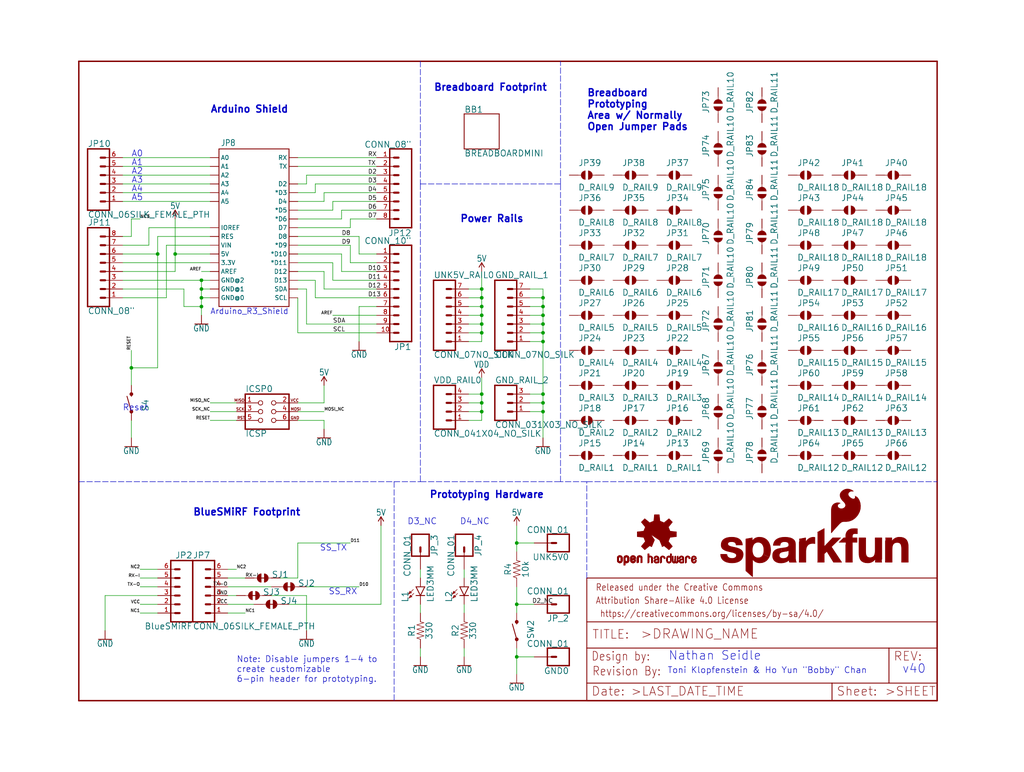
<source format=kicad_sch>
(kicad_sch (version 20211123) (generator eeschema)
  (paper "User" 297.002 223.926)
  (lib_symbols
    (symbol "eagleSchem-eagle-import:10KOHM-HORIZ-1{slash}4W-5%"
      (property "Reference" "R" (at 0 1.524 0))
      (property "Value" "10KOHM-HORIZ-1{slash}4W-5%" (at 0 -1.524 0))
      (symbol "10KOHM-HORIZ-1{slash}4W-5%_1_0"
        (pin passive line (at -5.08 0 0) (length 2.54) (name "1") (number "P$1"))
        (pin passive line (at 5.08 0 180) (length 2.54) (name "2") (number "P$2"))
      )
    )
    (symbol "eagleSchem-eagle-import:330OHM-HORIZ-1{slash}10W-5%"
      (property "Reference" "R" (at 0 1.524 0))
      (property "Value" "330OHM-HORIZ-1{slash}10W-5%" (at 0 -1.524 0))
      (symbol "330OHM-HORIZ-1{slash}10W-5%_1_0"
        (pin passive line (at -5.08 0 0) (length 2.54) (name "1") (number "P$1"))
        (pin passive line (at 5.08 0 180) (length 2.54) (name "2") (number "P$2"))
      )
    )
    (symbol "eagleSchem-eagle-import:5V" (power)
      (property "Value" "5V" (at 0 2.794 0))
      (symbol "5V_1_0"
        (pin power_in line (at 0 0 90) (length 2.54) (name "5V") (number "1"))
      )
    )
    (symbol "eagleSchem-eagle-import:ARDUINO_R3_SHIELDR3_PROTO_SHIELD"
      (property "Reference" "JP" (at -9.652 21.082 0))
      (property "Value" "ARDUINO_R3_SHIELDR3_PROTO_SHIELD" (at -6.35 -27.94 0))
      (symbol "ARDUINO_R3_SHIELDR3_PROTO_SHIELD_1_0"
        (pin bidirectional line (at -12.7 -12.7 0) (length 2.54) (name "3.3V") (number "3.3V"))
        (pin bidirectional line (at -12.7 -10.16 0) (length 2.54) (name "5V") (number "5V"))
        (pin bidirectional line (at -12.7 17.78 0) (length 2.54) (name "A0") (number "A0"))
        (pin bidirectional line (at -12.7 15.24 0) (length 2.54) (name "A1") (number "A1"))
        (pin bidirectional line (at -12.7 12.7 0) (length 2.54) (name "A2") (number "A2"))
        (pin bidirectional line (at -12.7 10.16 0) (length 2.54) (name "A3") (number "A3"))
        (pin bidirectional line (at -12.7 7.62 0) (length 2.54) (name "A4") (number "A4"))
        (pin bidirectional line (at -12.7 5.08 0) (length 2.54) (name "A5") (number "A5"))
        (pin bidirectional line (at -12.7 -15.24 0) (length 2.54) (name "AREF") (number "AREF"))
        (pin bidirectional line (at 12.7 -10.16 180) (length 2.54) (name "*D10") (number "D10"))
        (pin bidirectional line (at 12.7 -12.7 180) (length 2.54) (name "*D11") (number "D11"))
        (pin bidirectional line (at 12.7 -15.24 180) (length 2.54) (name "D12") (number "D12"))
        (pin bidirectional line (at 12.7 -17.78 180) (length 2.54) (name "D13") (number "D13"))
        (pin bidirectional line (at 12.7 10.16 180) (length 2.54) (name "D2") (number "D2"))
        (pin bidirectional line (at 12.7 7.62 180) (length 2.54) (name "*D3") (number "D3"))
        (pin bidirectional line (at 12.7 5.08 180) (length 2.54) (name "D4") (number "D4"))
        (pin bidirectional line (at 12.7 2.54 180) (length 2.54) (name "*D5") (number "D5"))
        (pin bidirectional line (at 12.7 0 180) (length 2.54) (name "*D6") (number "D6"))
        (pin bidirectional line (at 12.7 -2.54 180) (length 2.54) (name "D7") (number "D7"))
        (pin bidirectional line (at 12.7 -5.08 180) (length 2.54) (name "D8") (number "D8"))
        (pin bidirectional line (at 12.7 -7.62 180) (length 2.54) (name "*D9") (number "D9"))
        (pin bidirectional line (at -12.7 -22.86 0) (length 2.54) (name "GND@0") (number "GND@0"))
        (pin bidirectional line (at -12.7 -20.32 0) (length 2.54) (name "GND@1") (number "GND@1"))
        (pin bidirectional line (at -12.7 -17.78 0) (length 2.54) (name "GND@2") (number "GND@2"))
        (pin bidirectional line (at -12.7 -2.54 0) (length 2.54) (name "IOREF") (number "IOREF"))
        (pin bidirectional line (at -12.7 -5.08 0) (length 2.54) (name "RES") (number "RES"))
        (pin bidirectional line (at 12.7 17.78 180) (length 2.54) (name "RX") (number "RX"))
        (pin bidirectional line (at 12.7 -22.86 180) (length 2.54) (name "SCL") (number "SCL"))
        (pin bidirectional line (at 12.7 -20.32 180) (length 2.54) (name "SDA") (number "SDA"))
        (pin bidirectional line (at 12.7 15.24 180) (length 2.54) (name "TX") (number "TX"))
        (pin bidirectional line (at -12.7 -7.62 0) (length 2.54) (name "VIN") (number "VIN"))
      )
    )
    (symbol "eagleSchem-eagle-import:AVR_SPI_PROG_3X2PTH"
      (property "Reference" "J" (at -5.08 5.588 0))
      (property "Value" "AVR_SPI_PROG_3X2PTH" (at -5.08 -7.366 0))
      (symbol "AVR_SPI_PROG_3X2PTH_1_0"
        (text "GND" (at 8.001 -2.286 0) (effects (font (size 0.8128 0.8128)) (justify left bottom)))
        (text "MISO" (at -5.207 2.794 0) (effects (font (size 0.8128 0.8128)) (justify right bottom)))
        (text "MOSI" (at 8.001 0.254 0) (effects (font (size 0.8128 0.8128)) (justify left bottom)))
        (text "RST" (at -5.08 -2.286 0) (effects (font (size 0.8128 0.8128)) (justify right bottom)))
        (text "SCK" (at -5.207 0.254 0) (effects (font (size 0.8128 0.8128)) (justify right bottom)))
        (text "VCC" (at 8.001 2.794 0) (effects (font (size 0.8128 0.8128)) (justify left bottom)))
        (pin passive inverted (at -7.62 2.54 0) (length 7.62) (name "1") (number "1"))
        (pin passive inverted (at 10.16 2.54 180) (length 7.62) (name "2") (number "2"))
        (pin passive inverted (at -7.62 0 0) (length 7.62) (name "3") (number "3"))
        (pin passive inverted (at 10.16 0 180) (length 7.62) (name "4") (number "4"))
        (pin passive inverted (at -7.62 -2.54 0) (length 7.62) (name "5") (number "5"))
        (pin passive inverted (at 10.16 -2.54 180) (length 7.62) (name "6") (number "6"))
      )
    )
    (symbol "eagleSchem-eagle-import:BREADBOARDMINI"
      (property "Reference" "B" (at -5.08 5.334 0))
      (property "Value" "BREADBOARDMINI" (at -5.08 -5.334 0))
    )
    (symbol "eagleSchem-eagle-import:CONN_01"
      (property "Reference" "J" (at -2.54 3.048 0))
      (property "Value" "CONN_01" (at -2.54 -4.826 0))
      (symbol "CONN_01_1_0"
        (pin passive line (at 7.62 0 180) (length 5.08) (name "1") (number "1"))
      )
    )
    (symbol "eagleSchem-eagle-import:CONN_031X03_NO_SILK"
      (property "Reference" "J" (at -2.54 5.588 0))
      (property "Value" "CONN_031X03_NO_SILK" (at -2.54 -7.366 0))
      (symbol "CONN_031X03_NO_SILK_1_0"
        (pin passive line (at 7.62 -2.54 180) (length 5.08) (name "1") (number "1"))
        (pin passive line (at 7.62 0 180) (length 5.08) (name "2") (number "2"))
        (pin passive line (at 7.62 2.54 180) (length 5.08) (name "3") (number "3"))
      )
    )
    (symbol "eagleSchem-eagle-import:CONN_041X04_NO_SILK"
      (property "Reference" "J" (at -5.08 8.128 0))
      (property "Value" "CONN_041X04_NO_SILK" (at -5.08 -7.366 0))
      (symbol "CONN_041X04_NO_SILK_1_0"
        (pin passive line (at 5.08 -2.54 180) (length 5.08) (name "1") (number "1"))
        (pin passive line (at 5.08 0 180) (length 5.08) (name "2") (number "2"))
        (pin passive line (at 5.08 2.54 180) (length 5.08) (name "3") (number "3"))
        (pin passive line (at 5.08 5.08 180) (length 5.08) (name "4") (number "4"))
      )
    )
    (symbol "eagleSchem-eagle-import:CONN_06SILK_FEMALE_PTH"
      (property "Reference" "J" (at -5.08 10.668 0))
      (property "Value" "CONN_06SILK_FEMALE_PTH" (at -5.08 -9.906 0))
      (symbol "CONN_06SILK_FEMALE_PTH_1_0"
        (pin passive line (at 5.08 -5.08 180) (length 5.08) (name "1") (number "1"))
        (pin passive line (at 5.08 -2.54 180) (length 5.08) (name "2") (number "2"))
        (pin passive line (at 5.08 0 180) (length 5.08) (name "3") (number "3"))
        (pin passive line (at 5.08 2.54 180) (length 5.08) (name "4") (number "4"))
        (pin passive line (at 5.08 5.08 180) (length 5.08) (name "5") (number "5"))
        (pin passive line (at 5.08 7.62 180) (length 5.08) (name "6") (number "6"))
      )
    )
    (symbol "eagleSchem-eagle-import:CONN_07NO_SILK"
      (property "Reference" "J" (at -5.08 13.208 0))
      (property "Value" "CONN_07NO_SILK" (at -5.08 -9.906 0))
      (symbol "CONN_07NO_SILK_1_0"
        (pin passive line (at 5.08 -5.08 180) (length 5.08) (name "1") (number "1"))
        (pin passive line (at 5.08 -2.54 180) (length 5.08) (name "2") (number "2"))
        (pin passive line (at 5.08 0 180) (length 5.08) (name "3") (number "3"))
        (pin passive line (at 5.08 2.54 180) (length 5.08) (name "4") (number "4"))
        (pin passive line (at 5.08 5.08 180) (length 5.08) (name "5") (number "5"))
        (pin passive line (at 5.08 7.62 180) (length 5.08) (name "6") (number "6"))
        (pin passive line (at 5.08 10.16 180) (length 5.08) (name "7") (number "7"))
      )
    )
    (symbol "eagleSchem-eagle-import:CONN_08{dblquote}"
      (property "Reference" "J" (at -5.08 13.208 0))
      (property "Value" "CONN_08{dblquote}" (at -5.08 -12.446 0))
      (symbol "CONN_08{dblquote}_1_0"
        (pin passive line (at 5.08 -7.62 180) (length 5.08) (name "1") (number "1"))
        (pin passive line (at 5.08 -5.08 180) (length 5.08) (name "2") (number "2"))
        (pin passive line (at 5.08 -2.54 180) (length 5.08) (name "3") (number "3"))
        (pin passive line (at 5.08 0 180) (length 5.08) (name "4") (number "4"))
        (pin passive line (at 5.08 2.54 180) (length 5.08) (name "5") (number "5"))
        (pin passive line (at 5.08 5.08 180) (length 5.08) (name "6") (number "6"))
        (pin passive line (at 5.08 7.62 180) (length 5.08) (name "7") (number "7"))
        (pin passive line (at 5.08 10.16 180) (length 5.08) (name "8") (number "8"))
      )
    )
    (symbol "eagleSchem-eagle-import:CONN_10{dblquote}"
      (property "Reference" "J" (at 0 8.128 0))
      (property "Value" "CONN_10{dblquote}" (at 0 -22.606 0))
      (symbol "CONN_10{dblquote}_1_0"
        (pin passive line (at 10.16 -17.78 180) (length 5.08) (name "1") (number "1"))
        (pin passive line (at 10.16 5.08 180) (length 5.08) (name "10") (number "10"))
        (pin passive line (at 10.16 -15.24 180) (length 5.08) (name "2") (number "2"))
        (pin passive line (at 10.16 -12.7 180) (length 5.08) (name "3") (number "3"))
        (pin passive line (at 10.16 -10.16 180) (length 5.08) (name "4") (number "4"))
        (pin passive line (at 10.16 -7.62 180) (length 5.08) (name "5") (number "5"))
        (pin passive line (at 10.16 -5.08 180) (length 5.08) (name "6") (number "6"))
        (pin passive line (at 10.16 -2.54 180) (length 5.08) (name "7") (number "7"))
        (pin passive line (at 10.16 0 180) (length 5.08) (name "8") (number "8"))
        (pin passive line (at 10.16 2.54 180) (length 5.08) (name "9") (number "9"))
      )
    )
    (symbol "eagleSchem-eagle-import:FRAME-LETTER"
      (symbol "FRAME-LETTER_2_0"
        (text " https://creativecommons.org/licenses/by-sa/4.0/" (at 2.54 24.13 0) (effects (font (size 1.9304 1.6408)) (justify left bottom)))
        (text ">DRAWING_NAME" (at 15.494 17.78 0) (effects (font (size 2.7432 2.7432)) (justify left bottom)))
        (text ">LAST_DATE_TIME" (at 12.7 1.27 0) (effects (font (size 2.54 2.54)) (justify left bottom)))
        (text ">SHEET" (at 86.36 1.27 0) (effects (font (size 2.54 2.54)) (justify left bottom)))
        (text "Attribution Share-Alike 4.0 License" (at 2.54 27.94 0) (effects (font (size 1.9304 1.6408)) (justify left bottom)))
        (text "Date:" (at 1.27 1.27 0) (effects (font (size 2.54 2.54)) (justify left bottom)))
        (text "Design by:" (at 1.27 11.43 0) (effects (font (size 2.54 2.159)) (justify left bottom)))
        (text "Released under the Creative Commons" (at 2.54 31.75 0) (effects (font (size 1.9304 1.6408)) (justify left bottom)))
        (text "REV:" (at 88.9 11.43 0) (effects (font (size 2.54 2.54)) (justify left bottom)))
        (text "Sheet:" (at 72.39 1.27 0) (effects (font (size 2.54 2.54)) (justify left bottom)))
        (text "TITLE:" (at 1.524 17.78 0) (effects (font (size 2.54 2.54)) (justify left bottom)))
      )
    )
    (symbol "eagleSchem-eagle-import:GND" (power)
      (property "Value" "GND" (at 0 -0.254 0))
      (symbol "GND_1_0"
        (pin power_in line (at 0 2.54 270) (length 2.54) (name "GND") (number "1"))
      )
    )
    (symbol "eagleSchem-eagle-import:JUMPER-SMT_2_NC_TRACE_SILK"
      (property "Reference" "JP" (at -2.54 2.54 0))
      (property "Value" "JUMPER-SMT_2_NC_TRACE_SILK" (at -2.54 -2.54 0))
      (symbol "JUMPER-SMT_2_NC_TRACE_SILK_1_0"
        (pin passive line (at -5.08 0 0) (length 2.54) (name "1") (number "1"))
        (pin passive line (at 5.08 0 180) (length 2.54) (name "2") (number "2"))
      )
    )
    (symbol "eagleSchem-eagle-import:JUMPER-SMT_2_NO_NO-SILK"
      (property "Reference" "JP" (at -2.54 2.54 0))
      (property "Value" "JUMPER-SMT_2_NO_NO-SILK" (at -2.54 -2.54 0))
      (symbol "JUMPER-SMT_2_NO_NO-SILK_1_0"
        (pin passive line (at -5.08 0 0) (length 2.54) (name "1") (number "1"))
        (pin passive line (at 5.08 0 180) (length 2.54) (name "2") (number "2"))
      )
    )
    (symbol "eagleSchem-eagle-import:LED3MM"
      (property "Reference" "D" (at -3.429 -4.572 90))
      (property "Value" "LED3MM" (at 1.905 -4.572 90))
      (symbol "LED3MM_1_0"
        (pin passive line (at 0 2.54 270) (length 2.54) (name "A") (number "A"))
        (pin passive line (at 0 -5.08 90) (length 2.54) (name "C") (number "K"))
      )
    )
    (symbol "eagleSchem-eagle-import:MOMENTARY-SWITCH-SPST-PTH-6.0MM"
      (property "Reference" "S" (at 0 1.524 0))
      (property "Value" "MOMENTARY-SWITCH-SPST-PTH-6.0MM" (at 0 -0.508 0))
      (symbol "MOMENTARY-SWITCH-SPST-PTH-6.0MM_1_0"
        (pin passive line (at -5.08 0 0) (length 2.54) (name "1") (number "1"))
        (pin passive line (at 5.08 0 180) (length 2.54) (name "2") (number "3"))
      )
    )
    (symbol "eagleSchem-eagle-import:OSHW-LOGOS")
    (symbol "eagleSchem-eagle-import:REVISION"
      (symbol "REVISION_1_0"
        (text "Revision By: " (at 0 0 0) (effects (font (size 2.54 2.159)) (justify left bottom)))
      )
    )
    (symbol "eagleSchem-eagle-import:SFE_LOGO_NAME_FLAME.1_INCH")
    (symbol "eagleSchem-eagle-import:VCC_2" (power)
      (property "Value" "VCC_2" (at 0 2.794 0))
      (symbol "VCC_2_1_0"
        (pin power_in line (at 0 0 90) (length 2.54) (name "VCC_2") (number "1"))
      )
    )
  )
  (junction (at 157.48 96.52))
  (junction (at 38.1 106.68))
  (junction (at 139.7 93.98))
  (junction (at 157.48 116.84))
  (junction (at 157.48 88.9))
  (junction (at 139.7 116.84))
  (junction (at 139.7 83.82))
  (junction (at 139.7 86.36))
  (junction (at 157.48 99.06))
  (junction (at 149.86 157.48))
  (junction (at 58.42 83.82))
  (junction (at 58.42 81.28))
  (junction (at 139.7 119.38))
  (junction (at 149.86 190.5))
  (junction (at 157.48 114.3))
  (junction (at 58.42 86.36))
  (junction (at 45.72 73.66))
  (junction (at 50.8 73.66))
  (junction (at 139.7 88.9))
  (junction (at 157.48 119.38))
  (junction (at 157.48 93.98))
  (junction (at 139.7 91.44))
  (junction (at 157.48 86.36))
  (junction (at 139.7 96.52))
  (junction (at 139.7 114.3))
  (junction (at 157.48 91.44))
  (junction (at 58.42 88.9))
  (junction (at 149.86 175.26))
  (wire (pts (xy 88.9 172.72) (xy 88.9 182.88)))
  (wire (pts (xy 86.36 116.84) (xy 93.98 116.84)))
  (wire (pts (xy 157.48 91.44) (xy 153.67 91.44)))
  (polyline (pts (xy 121.92 53.34) (xy 162.56 53.34)))
  (wire (pts (xy 91.44 55.88) (xy 91.44 53.34)))
  (wire (pts (xy 35.56 83.82) (xy 53.34 83.82)))
  (wire (pts (xy 66.04 175.26) (xy 73.66 175.26)))
  (wire (pts (xy 101.6 71.12) (xy 86.36 71.12)))
  (wire (pts (xy 139.7 96.52) (xy 135.89 96.52)))
  (wire (pts (xy 35.56 81.28) (xy 58.42 81.28)))
  (wire (pts (xy 91.44 53.34) (xy 109.22 53.34)))
  (wire (pts (xy 88.9 53.34) (xy 88.9 50.8)))
  (polyline (pts (xy 121.92 53.34) (xy 121.92 139.7)))
  (wire (pts (xy 91.44 81.28) (xy 86.36 81.28)))
  (wire (pts (xy 109.22 93.98) (xy 88.9 93.98)))
  (wire (pts (xy 157.48 99.06) (xy 157.48 114.3)))
  (wire (pts (xy 139.7 83.82) (xy 139.7 86.36)))
  (wire (pts (xy 139.7 93.98) (xy 135.89 93.98)))
  (wire (pts (xy 157.48 99.06) (xy 153.67 99.06)))
  (wire (pts (xy 60.96 45.72) (xy 35.56 45.72)))
  (polyline (pts (xy 114.3 139.7) (xy 121.92 139.7)))
  (wire (pts (xy 60.96 55.88) (xy 35.56 55.88)))
  (wire (pts (xy 93.98 83.82) (xy 93.98 78.74)))
  (wire (pts (xy 109.22 73.66) (xy 104.14 73.66)))
  (wire (pts (xy 60.96 53.34) (xy 35.56 53.34)))
  (wire (pts (xy 66.04 177.8) (xy 71.12 177.8)))
  (wire (pts (xy 109.22 60.96) (xy 99.06 60.96)))
  (wire (pts (xy 149.86 152.4) (xy 149.86 157.48)))
  (wire (pts (xy 91.44 86.36) (xy 109.22 86.36)))
  (wire (pts (xy 86.36 121.92) (xy 93.98 121.92)))
  (wire (pts (xy 135.89 83.82) (xy 139.7 83.82)))
  (wire (pts (xy 154.94 175.26) (xy 149.86 175.26)))
  (wire (pts (xy 154.94 190.5) (xy 149.86 190.5)))
  (wire (pts (xy 157.48 88.9) (xy 157.48 91.44)))
  (wire (pts (xy 101.6 76.2) (xy 101.6 71.12)))
  (polyline (pts (xy 162.56 53.34) (xy 162.56 17.78)))
  (wire (pts (xy 60.96 58.42) (xy 35.56 58.42)))
  (wire (pts (xy 45.72 170.18) (xy 40.64 170.18)))
  (wire (pts (xy 58.42 81.28) (xy 60.96 81.28)))
  (wire (pts (xy 86.36 48.26) (xy 109.22 48.26)))
  (wire (pts (xy 35.56 76.2) (xy 60.96 76.2)))
  (wire (pts (xy 101.6 76.2) (xy 109.22 76.2)))
  (wire (pts (xy 109.22 83.82) (xy 93.98 83.82)))
  (wire (pts (xy 86.36 66.04) (xy 101.6 66.04)))
  (wire (pts (xy 86.36 58.42) (xy 93.98 58.42)))
  (wire (pts (xy 157.48 93.98) (xy 157.48 96.52)))
  (wire (pts (xy 86.36 167.64) (xy 86.36 157.48)))
  (wire (pts (xy 86.36 119.38) (xy 93.98 119.38)))
  (wire (pts (xy 96.52 91.44) (xy 109.22 91.44)))
  (wire (pts (xy 110.49 175.26) (xy 110.49 152.4)))
  (wire (pts (xy 154.94 157.48) (xy 149.86 157.48)))
  (wire (pts (xy 134.62 175.26) (xy 134.62 177.8)))
  (wire (pts (xy 139.7 86.36) (xy 139.7 88.9)))
  (wire (pts (xy 43.18 71.12) (xy 43.18 66.04)))
  (wire (pts (xy 88.9 93.98) (xy 88.9 83.82)))
  (wire (pts (xy 45.72 73.66) (xy 45.72 68.58)))
  (wire (pts (xy 45.72 167.64) (xy 40.64 167.64)))
  (wire (pts (xy 109.22 78.74) (xy 99.06 78.74)))
  (wire (pts (xy 104.14 73.66) (xy 104.14 68.58)))
  (wire (pts (xy 93.98 116.84) (xy 93.98 111.76)))
  (wire (pts (xy 139.7 86.36) (xy 135.89 86.36)))
  (polyline (pts (xy 121.92 17.78) (xy 121.92 53.34)))
  (wire (pts (xy 58.42 88.9) (xy 58.42 91.44)))
  (wire (pts (xy 153.67 119.38) (xy 157.48 119.38)))
  (wire (pts (xy 91.44 86.36) (xy 91.44 81.28)))
  (wire (pts (xy 66.04 170.18) (xy 78.74 170.18)))
  (wire (pts (xy 66.04 165.1) (xy 68.58 165.1)))
  (wire (pts (xy 157.48 83.82) (xy 157.48 86.36)))
  (wire (pts (xy 149.86 190.5) (xy 149.86 195.58)))
  (wire (pts (xy 35.56 73.66) (xy 45.72 73.66)))
  (wire (pts (xy 53.34 83.82) (xy 53.34 88.9)))
  (wire (pts (xy 99.06 63.5) (xy 99.06 60.96)))
  (wire (pts (xy 71.12 167.64) (xy 66.04 167.64)))
  (wire (pts (xy 139.7 99.06) (xy 135.89 99.06)))
  (wire (pts (xy 149.86 187.96) (xy 149.86 190.5)))
  (wire (pts (xy 88.9 83.82) (xy 86.36 83.82)))
  (wire (pts (xy 86.36 63.5) (xy 99.06 63.5)))
  (wire (pts (xy 139.7 93.98) (xy 139.7 96.52)))
  (wire (pts (xy 50.8 78.74) (xy 50.8 73.66)))
  (wire (pts (xy 157.48 114.3) (xy 157.48 116.84)))
  (polyline (pts (xy 22.86 139.7) (xy 114.3 139.7)))
  (wire (pts (xy 60.96 86.36) (xy 58.42 86.36)))
  (wire (pts (xy 157.48 86.36) (xy 157.48 88.9)))
  (wire (pts (xy 58.42 81.28) (xy 58.42 83.82)))
  (wire (pts (xy 38.1 63.5) (xy 40.64 63.5)))
  (wire (pts (xy 78.74 172.72) (xy 88.9 172.72)))
  (wire (pts (xy 60.96 83.82) (xy 58.42 83.82)))
  (wire (pts (xy 139.7 116.84) (xy 139.7 119.38)))
  (wire (pts (xy 50.8 73.66) (xy 60.96 73.66)))
  (wire (pts (xy 58.42 86.36) (xy 58.42 88.9)))
  (wire (pts (xy 157.48 119.38) (xy 157.48 127)))
  (wire (pts (xy 153.67 114.3) (xy 157.48 114.3)))
  (wire (pts (xy 60.96 50.8) (xy 35.56 50.8)))
  (wire (pts (xy 109.22 88.9) (xy 104.14 88.9)))
  (wire (pts (xy 45.72 106.68) (xy 38.1 106.68)))
  (wire (pts (xy 149.86 157.48) (xy 149.86 160.02)))
  (wire (pts (xy 121.92 165.1) (xy 121.92 167.64)))
  (wire (pts (xy 99.06 73.66) (xy 86.36 73.66)))
  (wire (pts (xy 38.1 106.68) (xy 38.1 111.76)))
  (wire (pts (xy 96.52 81.28) (xy 96.52 76.2)))
  (wire (pts (xy 104.14 99.06) (xy 104.14 88.9)))
  (wire (pts (xy 30.48 172.72) (xy 30.48 182.88)))
  (wire (pts (xy 68.58 119.38) (xy 60.96 119.38)))
  (wire (pts (xy 88.9 170.18) (xy 104.14 170.18)))
  (wire (pts (xy 93.98 121.92) (xy 93.98 124.46)))
  (wire (pts (xy 121.92 190.5) (xy 121.92 187.96)))
  (polyline (pts (xy 170.18 139.7) (xy 162.56 139.7)))
  (wire (pts (xy 53.34 88.9) (xy 58.42 88.9)))
  (wire (pts (xy 58.42 83.82) (xy 58.42 86.36)))
  (wire (pts (xy 157.48 116.84) (xy 157.48 119.38)))
  (wire (pts (xy 139.7 114.3) (xy 139.7 116.84)))
  (wire (pts (xy 86.36 157.48) (xy 101.6 157.48)))
  (wire (pts (xy 134.62 190.5) (xy 134.62 187.96)))
  (wire (pts (xy 66.04 172.72) (xy 68.58 172.72)))
  (wire (pts (xy 45.72 165.1) (xy 40.64 165.1)))
  (wire (pts (xy 157.48 96.52) (xy 153.67 96.52)))
  (wire (pts (xy 139.7 121.92) (xy 135.89 121.92)))
  (wire (pts (xy 139.7 119.38) (xy 139.7 121.92)))
  (wire (pts (xy 139.7 91.44) (xy 135.89 91.44)))
  (wire (pts (xy 81.28 167.64) (xy 86.36 167.64)))
  (wire (pts (xy 45.72 172.72) (xy 30.48 172.72)))
  (wire (pts (xy 157.48 116.84) (xy 153.67 116.84)))
  (wire (pts (xy 101.6 63.5) (xy 109.22 63.5)))
  (wire (pts (xy 86.36 96.52) (xy 109.22 96.52)))
  (wire (pts (xy 93.98 58.42) (xy 93.98 55.88)))
  (wire (pts (xy 96.52 58.42) (xy 109.22 58.42)))
  (wire (pts (xy 86.36 86.36) (xy 86.36 96.52)))
  (wire (pts (xy 149.86 177.8) (xy 149.86 175.26)))
  (wire (pts (xy 134.62 165.1) (xy 134.62 167.64)))
  (wire (pts (xy 153.67 83.82) (xy 157.48 83.82)))
  (wire (pts (xy 68.58 116.84) (xy 60.96 116.84)))
  (wire (pts (xy 68.58 121.92) (xy 60.96 121.92)))
  (wire (pts (xy 48.26 86.36) (xy 48.26 71.12)))
  (wire (pts (xy 45.72 177.8) (xy 40.64 177.8)))
  (wire (pts (xy 45.72 175.26) (xy 40.64 175.26)))
  (wire (pts (xy 43.18 66.04) (xy 60.96 66.04)))
  (wire (pts (xy 139.7 109.474) (xy 139.7 114.3)))
  (wire (pts (xy 139.7 88.9) (xy 135.89 88.9)))
  (wire (pts (xy 101.6 66.04) (xy 101.6 63.5)))
  (wire (pts (xy 139.7 96.52) (xy 139.7 99.06)))
  (wire (pts (xy 96.52 76.2) (xy 86.36 76.2)))
  (wire (pts (xy 86.36 53.34) (xy 88.9 53.34)))
  (wire (pts (xy 139.7 119.38) (xy 135.89 119.38)))
  (polyline (pts (xy 170.18 139.7) (xy 271.78 139.7)))
  (polyline (pts (xy 162.56 139.7) (xy 162.56 53.34)))
  (wire (pts (xy 86.36 60.96) (xy 96.52 60.96)))
  (wire (pts (xy 157.48 88.9) (xy 153.67 88.9)))
  (wire (pts (xy 157.48 86.36) (xy 153.67 86.36)))
  (wire (pts (xy 35.56 71.12) (xy 43.18 71.12)))
  (wire (pts (xy 35.56 68.58) (xy 38.1 68.58)))
  (wire (pts (xy 157.48 93.98) (xy 153.67 93.98)))
  (wire (pts (xy 99.06 78.74) (xy 99.06 73.66)))
  (wire (pts (xy 121.92 175.26) (xy 121.92 177.8)))
  (wire (pts (xy 139.7 91.44) (xy 139.7 93.98)))
  (wire (pts (xy 96.52 81.28) (xy 109.22 81.28)))
  (wire (pts (xy 45.72 68.58) (xy 60.96 68.58)))
  (wire (pts (xy 139.7 116.84) (xy 135.89 116.84)))
  (wire (pts (xy 139.7 88.9) (xy 139.7 91.44)))
  (wire (pts (xy 83.82 175.26) (xy 110.49 175.26)))
  (wire (pts (xy 45.72 73.66) (xy 45.72 106.68)))
  (polyline (pts (xy 170.18 167.64) (xy 170.18 139.7)))
  (wire (pts (xy 38.1 101.6) (xy 38.1 106.68)))
  (wire (pts (xy 149.86 175.26) (xy 149.86 170.18)))
  (wire (pts (xy 60.96 48.26) (xy 35.56 48.26)))
  (wire (pts (xy 109.22 50.8) (xy 88.9 50.8)))
  (wire (pts (xy 93.98 78.74) (xy 86.36 78.74)))
  (wire (pts (xy 109.22 45.72) (xy 86.36 45.72)))
  (wire (pts (xy 35.56 78.74) (xy 50.8 78.74)))
  (wire (pts (xy 48.26 71.12) (xy 60.96 71.12)))
  (wire (pts (xy 139.7 83.82) (xy 139.7 78.74)))
  (wire (pts (xy 35.56 86.36) (xy 48.26 86.36)))
  (wire (pts (xy 104.14 68.58) (xy 86.36 68.58)))
  (wire (pts (xy 86.36 55.88) (xy 91.44 55.88)))
  (wire (pts (xy 135.89 114.3) (xy 139.7 114.3)))
  (wire (pts (xy 157.48 91.44) (xy 157.48 93.98)))
  (wire (pts (xy 38.1 68.58) (xy 38.1 63.5)))
  (wire (pts (xy 50.8 63.5) (xy 50.8 73.66)))
  (polyline (pts (xy 121.92 139.7) (xy 162.56 139.7)))
  (wire (pts (xy 157.48 96.52) (xy 157.48 99.06)))
  (wire (pts (xy 96.52 60.96) (xy 96.52 58.42)))
  (wire (pts (xy 38.1 121.92) (xy 38.1 127)))
  (wire (pts (xy 60.96 78.74) (xy 58.42 78.74)))
  (polyline (pts (xy 114.3 139.7) (xy 114.3 203.2)))
  (wire (pts (xy 109.22 55.88) (xy 93.98 55.88)))
  (text "Prototyping Hardware" (at 124.46 144.78 180) (effects (font (size 2.032 2.032) (thickness 0.4064) bold) (justify left bottom)))
  (text "SS_RX" (at 95.25 172.72 180) (effects (font (size 1.778 1.778)) (justify left bottom)))
  (text "Reset" (at 35.56 119.38 180) (effects (font (size 1.778 1.778)) (justify left bottom)))
  (text "BlueSMiRF Footprint" (at 55.88 149.86 180) (effects (font (size 2.032 2.032) (thickness 0.4064) bold) (justify left bottom)))
  (text "A0" (at 38.1 45.72 180) (effects (font (size 1.778 1.778)) (justify left bottom)))
  (text "Arduino Shield" (at 60.96 33.02 180) (effects (font (size 2.032 2.032) (thickness 0.4064) bold) (justify left bottom)))
  (text "A2" (at 38.1 50.8 180) (effects (font (size 1.778 1.778)) (justify left bottom)))
  (text "Nathan Seidle" (at 193.802 191.77 180) (effects (font (size 2.54 2.54)) (justify left bottom)))
  (text "A5" (at 38.1 58.42 180) (effects (font (size 1.778 1.778)) (justify left bottom)))
  (text "SS_TX" (at 92.71 160.02 180) (effects (font (size 1.778 1.778)) (justify left bottom)))
  (text "Toni Klopfenstein & Ho Yun \"Bobby\" Chan" (at 193.548 195.58 180) (effects (font (size 1.778 1.778)) (justify left bottom)))
  (text "Note: Disable jumpers 1-4 to\ncreate customizable\n6-pin header for prototyping." (at 68.58 198.12 0) (effects (font (size 1.778 1.778)) (justify left bottom)))
  (text "A4" (at 38.1 55.88 180) (effects (font (size 1.778 1.778)) (justify left bottom)))
  (text "Arduino_R3_Shield" (at 60.96 91.44 180) (effects (font (size 1.651 1.651)) (justify left bottom)))
  (text "D3_NC" (at 118.11 152.4 180) (effects (font (size 1.778 1.778)) (justify left bottom)))
  (text "A1" (at 38.1 48.26 180) (effects (font (size 1.778 1.778)) (justify left bottom)))
  (text "v40" (at 261.62 195.58 180) (effects (font (size 2.54 2.54)) (justify left bottom)))
  (text "Power Rails" (at 133.35 64.77 180) (effects (font (size 2.032 2.032) (thickness 0.4064) bold) (justify left bottom)))
  (text "Breadboard Footprint" (at 125.73 26.67 180) (effects (font (size 2.032 2.032) (thickness 0.4064) bold) (justify left bottom)))
  (text "A3" (at 38.1 53.34 180) (effects (font (size 1.778 1.778)) (justify left bottom)))
  (text "Breadboard\nPrototyping\nArea w/ Normally\nOpen Jumper Pads" (at 170.18 38.1 0) (effects (font (size 2.032 2.032) (thickness 0.4064) bold) (justify left bottom)))
  (text "D4_NC" (at 133.35 152.4 180) (effects (font (size 1.778 1.778)) (justify left bottom)))
  (label "RESET" (at 38.1 101.6 90) (effects (font (size 0.889 0.889))))
  (label "D8" (at 99.06 68.58 0) (effects (font (size 1.2446 1.2446))))
  (label "NC3" (at 40.64 63.5 0) (effects (font (size 0.889 0.889))))
  (label "MOSI_NC" (at 93.98 119.38 0) (effects (font (size 0.889 0.889))))
  (label "D11" (at 101.6 157.48 0) (effects (font (size 0.889 0.889))))
  (label "SCK_NC" (at 60.96 119.38 180) (effects (font (size 0.889 0.889))))
  (label "D2_NC" (at 154.305 175.26 0) (effects (font (size 1.2446 1.2446))))
  (label "MISO_NC" (at 60.96 116.84 180) (effects (font (size 0.889 0.889))))
  (label "RESET" (at 60.96 121.92 180) (effects (font (size 0.889 0.889))))
  (label "D10" (at 106.68 78.74 0) (effects (font (size 1.2446 1.2446))))
  (label "VCC" (at 66.04 175.26 180) (effects (font (size 1.016 1.016))))
  (label "D5" (at 106.68 58.42 0) (effects (font (size 1.2446 1.2446))))
  (label "NC1" (at 71.12 177.8 0) (effects (font (size 0.889 0.889))))
  (label "D13" (at 106.68 86.36 0) (effects (font (size 1.2446 1.2446))))
  (label "RX-I" (at 40.64 167.64 180) (effects (font (size 0.889 0.889))))
  (label "D3" (at 106.68 53.34 0) (effects (font (size 1.2446 1.2446))))
  (label "TX-O" (at 40.64 170.18 180) (effects (font (size 0.889 0.889))))
  (label "TX-O" (at 66.04 170.18 180) (effects (font (size 1.016 1.016))))
  (label "D7" (at 106.68 63.5 0) (effects (font (size 1.2446 1.2446))))
  (label "TX" (at 106.68 48.26 0) (effects (font (size 1.2446 1.2446))))
  (label "NC1" (at 40.64 177.8 180) (effects (font (size 0.889 0.889))))
  (label "D12" (at 106.68 83.82 0) (effects (font (size 1.2446 1.2446))))
  (label "SDA" (at 96.52 93.98 0) (effects (font (size 1.2446 1.2446))))
  (label "RX" (at 106.68 45.72 0) (effects (font (size 1.2446 1.2446))))
  (label "D6" (at 106.68 60.96 0) (effects (font (size 1.2446 1.2446))))
  (label "D2" (at 106.68 50.8 0) (effects (font (size 1.2446 1.2446))))
  (label "D4" (at 106.68 55.88 0) (effects (font (size 1.2446 1.2446))))
  (label "NC2" (at 40.64 165.1 180) (effects (font (size 0.889 0.889))))
  (label "D10" (at 104.14 170.18 0) (effects (font (size 0.889 0.889))))
  (label "SCL" (at 96.52 96.52 0) (effects (font (size 1.2446 1.2446))))
  (label "AREF" (at 58.42 78.74 180) (effects (font (size 0.889 0.889))))
  (label "RX-I" (at 71.12 167.64 0) (effects (font (size 1.016 1.016))))
  (label "GND" (at 66.04 172.72 180) (effects (font (size 1.016 1.016))))
  (label "AREF" (at 96.52 91.44 180) (effects (font (size 0.889 0.889))))
  (label "D9" (at 99.06 71.12 0) (effects (font (size 1.2446 1.2446))))
  (label "NC2" (at 68.58 165.1 0) (effects (font (size 0.889 0.889))))
  (label "D11" (at 106.68 81.28 0) (effects (font (size 1.2446 1.2446))))
  (label "VCC" (at 40.64 175.26 180) (effects (font (size 0.889 0.889))))
  (symbol (lib_id "eagleSchem-eagle-import:JUMPER-SMT_2_NO_NO-SILK") (at 259.08 132.08 0) (unit 1)
    (property "Reference" "JP66" (at 256.54 129.54 0) (effects (font (size 1.778 1.778)) (justify left bottom)))
    (property "Value" "D_RAIL12" (at 256.54 134.62 0) (effects (font (size 1.778 1.778)) (justify left top)))
    (property "Footprint" "eagleSchem:SMT-JUMPER_2_NO_NO-SILK" (effects hide))
  )
  (symbol (lib_id "eagleSchem-eagle-import:JUMPER-SMT_2_NO_NO-SILK") (at 246.38 132.08 0) (unit 1)
    (property "Reference" "JP65" (at 243.84 129.54 0) (effects (font (size 1.778 1.778)) (justify left bottom)))
    (property "Value" "D_RAIL12" (at 243.84 134.62 0) (effects (font (size 1.778 1.778)) (justify left top)))
    (property "Footprint" "eagleSchem:SMT-JUMPER_2_NO_NO-SILK" (effects hide))
  )
  (symbol (lib_id "eagleSchem-eagle-import:FRAME-LETTER") (at 22.86 203.2 0) (unit 1)
    (property "Reference" "FRAME1" (effects hide))
    (property "Value" "FRAME-LETTER" (effects hide))
    (property "Footprint" "eagleSchem:CREATIVE_COMMONS" (effects hide))
  )
  (symbol (lib_id "eagleSchem-eagle-import:JUMPER-SMT_2_NO_NO-SILK") (at 233.68 50.8 0) (unit 1)
    (property "Reference" "JP42" (at 231.14 48.26 0) (effects (font (size 1.778 1.778)) (justify left bottom)))
    (property "Value" "D_RAIL18" (at 231.14 53.34 0) (effects (font (size 1.778 1.778)) (justify left top)))
    (property "Footprint" "eagleSchem:SMT-JUMPER_2_NO_NO-SILK" (effects hide))
  )
  (symbol (lib_id "eagleSchem-eagle-import:CONN_01") (at 162.56 190.5 180) (unit 1)
    (property "Reference" "GND0" (at 165.1 193.548 0) (effects (font (size 1.778 1.778)) (justify left bottom)))
    (property "Value" "CONN_01" (at 165.1 185.674 0) (effects (font (size 1.778 1.778)) (justify left bottom)))
    (property "Footprint" "eagleSchem:1X01" (effects hide))
  )
  (symbol (lib_id "eagleSchem-eagle-import:JUMPER-SMT_2_NO_NO-SILK") (at 170.18 111.76 0) (unit 1)
    (property "Reference" "JP21" (at 167.64 109.22 0) (effects (font (size 1.778 1.778)) (justify left bottom)))
    (property "Value" "D_RAIL3" (at 167.64 114.3 0) (effects (font (size 1.778 1.778)) (justify left top)))
    (property "Footprint" "eagleSchem:SMT-JUMPER_2_NO_NO-SILK" (effects hide))
  )
  (symbol (lib_id "eagleSchem-eagle-import:CONN_01") (at 162.56 175.26 180) (unit 1)
    (property "Reference" "JP_2" (at 165.1 178.308 0) (effects (font (size 1.778 1.778)) (justify left bottom)))
    (property "Value" "CONN_01" (at 165.1 170.434 0) (effects (font (size 1.778 1.778)) (justify left bottom)))
    (property "Footprint" "eagleSchem:1X01" (effects hide))
  )
  (symbol (lib_id "eagleSchem-eagle-import:LED3MM") (at 134.62 170.18 0) (unit 1)
    (property "Reference" "L2" (at 131.191 174.752 90) (effects (font (size 1.778 1.778)) (justify left bottom)))
    (property "Value" "LED3MM" (at 136.525 174.752 90) (effects (font (size 1.778 1.778)) (justify left top)))
    (property "Footprint" "eagleSchem:LED_3MM" (effects hide))
  )
  (symbol (lib_id "eagleSchem-eagle-import:JUMPER-SMT_2_NO_NO-SILK") (at 195.58 91.44 0) (unit 1)
    (property "Reference" "JP25" (at 193.04 88.9 0) (effects (font (size 1.778 1.778)) (justify left bottom)))
    (property "Value" "D_RAIL5" (at 193.04 93.98 0) (effects (font (size 1.778 1.778)) (justify left top)))
    (property "Footprint" "eagleSchem:SMT-JUMPER_2_NO_NO-SILK" (effects hide))
  )
  (symbol (lib_id "eagleSchem-eagle-import:JUMPER-SMT_2_NO_NO-SILK") (at 259.08 60.96 0) (unit 1)
    (property "Reference" "JP45" (at 256.54 58.42 0) (effects (font (size 1.778 1.778)) (justify left bottom)))
    (property "Value" "D_RAIL18" (at 256.54 63.5 0) (effects (font (size 1.778 1.778)) (justify left top)))
    (property "Footprint" "eagleSchem:SMT-JUMPER_2_NO_NO-SILK" (effects hide))
  )
  (symbol (lib_id "eagleSchem-eagle-import:JUMPER-SMT_2_NO_NO-SILK") (at 170.18 60.96 0) (unit 1)
    (property "Reference" "JP36" (at 167.64 58.42 0) (effects (font (size 1.778 1.778)) (justify left bottom)))
    (property "Value" "D_RAIL8" (at 167.64 63.5 0) (effects (font (size 1.778 1.778)) (justify left top)))
    (property "Footprint" "eagleSchem:SMT-JUMPER_2_NO_NO-SILK" (effects hide))
  )
  (symbol (lib_id "eagleSchem-eagle-import:JUMPER-SMT_2_NC_TRACE_SILK") (at 83.82 170.18 0) (unit 1)
    (property "Reference" "SJ2" (at 86.36 170.18 0) (effects (font (size 1.778 1.778)) (justify left bottom)))
    (property "Value" "JUMPER-SMT_2_NC_TRACE_SILK" (effects hide))
    (property "Footprint" "eagleSchem:SMT-JUMPER_2_NC_TRACE_SILK" (effects hide))
  )
  (symbol (lib_id "eagleSchem-eagle-import:JUMPER-SMT_2_NO_NO-SILK") (at 195.58 132.08 0) (unit 1)
    (property "Reference" "JP13" (at 193.04 129.54 0) (effects (font (size 1.778 1.778)) (justify left bottom)))
    (property "Value" "D_RAIL1" (at 193.04 134.62 0) (effects (font (size 1.778 1.778)) (justify left top)))
    (property "Footprint" "eagleSchem:SMT-JUMPER_2_NO_NO-SILK" (effects hide))
  )
  (symbol (lib_id "eagleSchem-eagle-import:CONN_01") (at 121.92 157.48 270) (unit 1)
    (property "Reference" "JP_3" (at 124.968 154.94 0) (effects (font (size 1.778 1.778)) (justify left bottom)))
    (property "Value" "CONN_01" (at 117.094 154.94 0) (effects (font (size 1.778 1.778)) (justify left bottom)))
    (property "Footprint" "eagleSchem:1X01" (effects hide))
  )
  (symbol (lib_id "eagleSchem-eagle-import:JUMPER-SMT_2_NO_NO-SILK") (at 208.28 132.08 90) (unit 1)
    (property "Reference" "JP69" (at 205.74 134.62 0) (effects (font (size 1.778 1.778)) (justify left bottom)))
    (property "Value" "D_RAIL10" (at 210.82 134.62 0) (effects (font (size 1.778 1.778)) (justify left top)))
    (property "Footprint" "eagleSchem:SMT-JUMPER_2_NO_NO-SILK" (effects hide))
  )
  (symbol (lib_id "eagleSchem-eagle-import:CONN_06SILK_FEMALE_PTH") (at 30.48 53.34 0) (unit 1)
    (property "Reference" "JP10" (at 25.4 42.672 0) (effects (font (size 1.778 1.778)) (justify left bottom)))
    (property "Value" "CONN_06SILK_FEMALE_PTH" (at 25.4 63.246 0) (effects (font (size 1.778 1.778)) (justify left bottom)))
    (property "Footprint" "eagleSchem:1X06" (effects hide))
  )
  (symbol (lib_id "eagleSchem-eagle-import:JUMPER-SMT_2_NO_NO-SILK") (at 246.38 91.44 0) (unit 1)
    (property "Reference" "JP53" (at 243.84 88.9 0) (effects (font (size 1.778 1.778)) (justify left bottom)))
    (property "Value" "D_RAIL16" (at 243.84 93.98 0) (effects (font (size 1.778 1.778)) (justify left top)))
    (property "Footprint" "eagleSchem:SMT-JUMPER_2_NO_NO-SILK" (effects hide))
  )
  (symbol (lib_id "eagleSchem-eagle-import:GND") (at 121.92 193.04 0) (unit 1)
    (property "Reference" "#GND3" (effects hide))
    (property "Value" "GND" (at 121.92 193.294 0) (effects (font (size 1.778 1.5113)) (justify top)))
    (property "Footprint" "eagleSchem:" (effects hide))
  )
  (symbol (lib_id "eagleSchem-eagle-import:GND") (at 93.98 127 0) (unit 1)
    (property "Reference" "#GND10" (effects hide))
    (property "Value" "GND" (at 93.98 127.254 0) (effects (font (size 1.778 1.5113)) (justify top)))
    (property "Footprint" "eagleSchem:" (effects hide))
  )
  (symbol (lib_id "eagleSchem-eagle-import:JUMPER-SMT_2_NO_NO-SILK") (at 195.58 121.92 0) (unit 1)
    (property "Reference" "JP16" (at 193.04 119.38 0) (effects (font (size 1.778 1.778)) (justify left bottom)))
    (property "Value" "D_RAIL2" (at 193.04 124.46 0) (effects (font (size 1.778 1.778)) (justify left top)))
    (property "Footprint" "eagleSchem:SMT-JUMPER_2_NO_NO-SILK" (effects hide))
  )
  (symbol (lib_id "eagleSchem-eagle-import:CONN_041X04_NO_SILK") (at 130.81 119.38 0) (unit 1)
    (property "Reference" "VDD_RAIL0" (at 125.73 111.252 0) (effects (font (size 1.778 1.778)) (justify left bottom)))
    (property "Value" "CONN_041X04_NO_SILK" (at 125.73 126.746 0) (effects (font (size 1.778 1.778)) (justify left bottom)))
    (property "Footprint" "eagleSchem:1X04_NO_SILK" (effects hide))
  )
  (symbol (lib_id "eagleSchem-eagle-import:JUMPER-SMT_2_NC_TRACE_SILK") (at 73.66 172.72 0) (unit 1)
    (property "Reference" "SJ3" (at 76.2 172.72 0) (effects (font (size 1.778 1.778)) (justify left bottom)))
    (property "Value" "JUMPER-SMT_2_NC_TRACE_SILK" (effects hide))
    (property "Footprint" "eagleSchem:SMT-JUMPER_2_NC_TRACE_SILK" (effects hide))
  )
  (symbol (lib_id "eagleSchem-eagle-import:CONN_06SILK_FEMALE_PTH") (at 50.8 172.72 0) (mirror y) (unit 1)
    (property "Reference" "JP2" (at 55.88 162.052 0) (effects (font (size 1.778 1.778)) (justify left bottom)))
    (property "Value" "BlueSMiRF" (at 55.88 182.626 0) (effects (font (size 1.778 1.778)) (justify left bottom)))
    (property "Footprint" "eagleSchem:1X06" (effects hide))
  )
  (symbol (lib_id "eagleSchem-eagle-import:CONN_06SILK_FEMALE_PTH") (at 60.96 172.72 0) (unit 1)
    (property "Reference" "JP7" (at 55.88 162.052 0) (effects (font (size 1.778 1.778)) (justify left bottom)))
    (property "Value" "CONN_06SILK_FEMALE_PTH" (at 55.88 182.626 0) (effects (font (size 1.778 1.778)) (justify left bottom)))
    (property "Footprint" "eagleSchem:1X06" (effects hide))
  )
  (symbol (lib_id "eagleSchem-eagle-import:JUMPER-SMT_2_NO_NO-SILK") (at 182.88 91.44 0) (unit 1)
    (property "Reference" "JP26" (at 180.34 88.9 0) (effects (font (size 1.778 1.778)) (justify left bottom)))
    (property "Value" "D_RAIL5" (at 180.34 93.98 0) (effects (font (size 1.778 1.778)) (justify left top)))
    (property "Footprint" "eagleSchem:SMT-JUMPER_2_NO_NO-SILK" (effects hide))
  )
  (symbol (lib_id "eagleSchem-eagle-import:JUMPER-SMT_2_NO_NO-SILK") (at 195.58 101.6 0) (unit 1)
    (property "Reference" "JP22" (at 193.04 99.06 0) (effects (font (size 1.778 1.778)) (justify left bottom)))
    (property "Value" "D_RAIL4" (at 193.04 104.14 0) (effects (font (size 1.778 1.778)) (justify left top)))
    (property "Footprint" "eagleSchem:SMT-JUMPER_2_NO_NO-SILK" (effects hide))
  )
  (symbol (lib_id "eagleSchem-eagle-import:JUMPER-SMT_2_NO_NO-SILK") (at 182.88 111.76 0) (unit 1)
    (property "Reference" "JP20" (at 180.34 109.22 0) (effects (font (size 1.778 1.778)) (justify left bottom)))
    (property "Value" "D_RAIL3" (at 180.34 114.3 0) (effects (font (size 1.778 1.778)) (justify left top)))
    (property "Footprint" "eagleSchem:SMT-JUMPER_2_NO_NO-SILK" (effects hide))
  )
  (symbol (lib_id "eagleSchem-eagle-import:JUMPER-SMT_2_NO_NO-SILK") (at 208.28 68.58 90) (unit 1)
    (property "Reference" "JP70" (at 205.74 71.12 0) (effects (font (size 1.778 1.778)) (justify left bottom)))
    (property "Value" "D_RAIL10" (at 210.82 71.12 0) (effects (font (size 1.778 1.778)) (justify left top)))
    (property "Footprint" "eagleSchem:SMT-JUMPER_2_NO_NO-SILK" (effects hide))
  )
  (symbol (lib_id "eagleSchem-eagle-import:JUMPER-SMT_2_NO_NO-SILK") (at 182.88 60.96 0) (unit 1)
    (property "Reference" "JP35" (at 180.34 58.42 0) (effects (font (size 1.778 1.778)) (justify left bottom)))
    (property "Value" "D_RAIL8" (at 180.34 63.5 0) (effects (font (size 1.778 1.778)) (justify left top)))
    (property "Footprint" "eagleSchem:SMT-JUMPER_2_NO_NO-SILK" (effects hide))
  )
  (symbol (lib_id "eagleSchem-eagle-import:MOMENTARY-SWITCH-SPST-PTH-6.0MM") (at 149.86 182.88 90) (unit 1)
    (property "Reference" "SW2" (at 154.94 185.42 0) (effects (font (size 1.778 1.778)) (justify left bottom)))
    (property "Value" "MOMENTARY-SWITCH-SPST-PTH-6.0MM" (effects hide))
    (property "Footprint" "eagleSchem:TACTILE_SWITCH_PTH_6.0MM" (effects hide))
  )
  (symbol (lib_id "eagleSchem-eagle-import:JUMPER-SMT_2_NO_NO-SILK") (at 246.38 101.6 0) (unit 1)
    (property "Reference" "JP56" (at 243.84 99.06 0) (effects (font (size 1.778 1.778)) (justify left bottom)))
    (property "Value" "D_RAIL15" (at 243.84 104.14 0) (effects (font (size 1.778 1.778)) (justify left top)))
    (property "Footprint" "eagleSchem:SMT-JUMPER_2_NO_NO-SILK" (effects hide))
  )
  (symbol (lib_id "eagleSchem-eagle-import:JUMPER-SMT_2_NO_NO-SILK") (at 233.68 71.12 0) (unit 1)
    (property "Reference" "JP48" (at 231.14 68.58 0) (effects (font (size 1.778 1.778)) (justify left bottom)))
    (property "Value" "D_RAIL18" (at 231.14 73.66 0) (effects (font (size 1.778 1.778)) (justify left top)))
    (property "Footprint" "eagleSchem:SMT-JUMPER_2_NO_NO-SILK" (effects hide))
  )
  (symbol (lib_id "eagleSchem-eagle-import:JUMPER-SMT_2_NO_NO-SILK") (at 208.28 119.38 90) (unit 1)
    (property "Reference" "JP68" (at 205.74 121.92 0) (effects (font (size 1.778 1.778)) (justify left bottom)))
    (property "Value" "D_RAIL10" (at 210.82 121.92 0) (effects (font (size 1.778 1.778)) (justify left top)))
    (property "Footprint" "eagleSchem:SMT-JUMPER_2_NO_NO-SILK" (effects hide))
  )
  (symbol (lib_id "eagleSchem-eagle-import:CONN_08{dblquote}") (at 114.3 53.34 180) (unit 1)
    (property "Reference" "JP12" (at 119.38 66.548 0) (effects (font (size 1.778 1.778)) (justify left bottom)))
    (property "Value" "CONN_08{dblquote}" (at 119.38 40.894 0) (effects (font (size 1.778 1.778)) (justify left bottom)))
    (property "Footprint" "eagleSchem:1X08" (effects hide))
  )
  (symbol (lib_id "eagleSchem-eagle-import:JUMPER-SMT_2_NO_NO-SILK") (at 259.08 50.8 0) (unit 1)
    (property "Reference" "JP40" (at 256.54 48.26 0) (effects (font (size 1.778 1.778)) (justify left bottom)))
    (property "Value" "D_RAIL18" (at 256.54 53.34 0) (effects (font (size 1.778 1.778)) (justify left top)))
    (property "Footprint" "eagleSchem:SMT-JUMPER_2_NO_NO-SILK" (effects hide))
  )
  (symbol (lib_id "eagleSchem-eagle-import:JUMPER-SMT_2_NO_NO-SILK") (at 170.18 81.28 0) (unit 1)
    (property "Reference" "JP30" (at 167.64 78.74 0) (effects (font (size 1.778 1.778)) (justify left bottom)))
    (property "Value" "D_RAIL6" (at 167.64 83.82 0) (effects (font (size 1.778 1.778)) (justify left top)))
    (property "Footprint" "eagleSchem:SMT-JUMPER_2_NO_NO-SILK" (effects hide))
  )
  (symbol (lib_id "eagleSchem-eagle-import:GND") (at 157.48 129.54 0) (unit 1)
    (property "Reference" "#GND4" (effects hide))
    (property "Value" "GND" (at 157.48 129.794 0) (effects (font (size 1.778 1.5113)) (justify top)))
    (property "Footprint" "eagleSchem:" (effects hide))
  )
  (symbol (lib_id "eagleSchem-eagle-import:JUMPER-SMT_2_NO_NO-SILK") (at 208.28 106.68 90) (unit 1)
    (property "Reference" "JP67" (at 205.74 109.22 0) (effects (font (size 1.778 1.778)) (justify left bottom)))
    (property "Value" "D_RAIL10" (at 210.82 109.22 0) (effects (font (size 1.778 1.778)) (justify left top)))
    (property "Footprint" "eagleSchem:SMT-JUMPER_2_NO_NO-SILK" (effects hide))
  )
  (symbol (lib_id "eagleSchem-eagle-import:JUMPER-SMT_2_NO_NO-SILK") (at 220.98 119.38 90) (unit 1)
    (property "Reference" "JP77" (at 218.44 121.92 0) (effects (font (size 1.778 1.778)) (justify left bottom)))
    (property "Value" "D_RAIL11" (at 223.52 121.92 0) (effects (font (size 1.778 1.778)) (justify left top)))
    (property "Footprint" "eagleSchem:SMT-JUMPER_2_NO_NO-SILK" (effects hide))
  )
  (symbol (lib_id "eagleSchem-eagle-import:JUMPER-SMT_2_NO_NO-SILK") (at 195.58 50.8 0) (unit 1)
    (property "Reference" "JP37" (at 193.04 48.26 0) (effects (font (size 1.778 1.778)) (justify left bottom)))
    (property "Value" "D_RAIL9" (at 193.04 53.34 0) (effects (font (size 1.778 1.778)) (justify left top)))
    (property "Footprint" "eagleSchem:SMT-JUMPER_2_NO_NO-SILK" (effects hide))
  )
  (symbol (lib_id "eagleSchem-eagle-import:GND") (at 58.42 93.98 0) (unit 1)
    (property "Reference" "#GND8" (effects hide))
    (property "Value" "GND" (at 58.42 94.234 0) (effects (font (size 1.778 1.5113)) (justify top)))
    (property "Footprint" "eagleSchem:" (effects hide))
  )
  (symbol (lib_id "eagleSchem-eagle-import:330OHM-HORIZ-1{slash}10W-5%") (at 121.92 182.88 90) (unit 1)
    (property "Reference" "R1" (at 120.396 182.88 0) (effects (font (size 1.778 1.778)) (justify bottom)))
    (property "Value" "330" (at 123.444 182.88 0) (effects (font (size 1.778 1.778)) (justify top)))
    (property "Footprint" "eagleSchem:AXIAL-0.3" (effects hide))
  )
  (symbol (lib_id "eagleSchem-eagle-import:JUMPER-SMT_2_NO_NO-SILK") (at 259.08 91.44 0) (unit 1)
    (property "Reference" "JP52" (at 256.54 88.9 0) (effects (font (size 1.778 1.778)) (justify left bottom)))
    (property "Value" "D_RAIL16" (at 256.54 93.98 0) (effects (font (size 1.778 1.778)) (justify left top)))
    (property "Footprint" "eagleSchem:SMT-JUMPER_2_NO_NO-SILK" (effects hide))
  )
  (symbol (lib_id "eagleSchem-eagle-import:JUMPER-SMT_2_NO_NO-SILK") (at 259.08 71.12 0) (unit 1)
    (property "Reference" "JP46" (at 256.54 68.58 0) (effects (font (size 1.778 1.778)) (justify left bottom)))
    (property "Value" "D_RAIL18" (at 256.54 73.66 0) (effects (font (size 1.778 1.778)) (justify left top)))
    (property "Footprint" "eagleSchem:SMT-JUMPER_2_NO_NO-SILK" (effects hide))
  )
  (symbol (lib_id "eagleSchem-eagle-import:GND") (at 104.14 101.6 0) (unit 1)
    (property "Reference" "#GND9" (effects hide))
    (property "Value" "GND" (at 104.14 101.854 0) (effects (font (size 1.778 1.5113)) (justify top)))
    (property "Footprint" "eagleSchem:" (effects hide))
  )
  (symbol (lib_id "eagleSchem-eagle-import:JUMPER-SMT_2_NO_NO-SILK") (at 220.98 68.58 90) (unit 1)
    (property "Reference" "JP79" (at 218.44 71.12 0) (effects (font (size 1.778 1.778)) (justify left bottom)))
    (property "Value" "D_RAIL11" (at 223.52 71.12 0) (effects (font (size 1.778 1.778)) (justify left top)))
    (property "Footprint" "eagleSchem:SMT-JUMPER_2_NO_NO-SILK" (effects hide))
  )
  (symbol (lib_id "eagleSchem-eagle-import:JUMPER-SMT_2_NO_NO-SILK") (at 195.58 71.12 0) (unit 1)
    (property "Reference" "JP31" (at 193.04 68.58 0) (effects (font (size 1.778 1.778)) (justify left bottom)))
    (property "Value" "D_RAIL7" (at 193.04 73.66 0) (effects (font (size 1.778 1.778)) (justify left top)))
    (property "Footprint" "eagleSchem:SMT-JUMPER_2_NO_NO-SILK" (effects hide))
  )
  (symbol (lib_id "eagleSchem-eagle-import:OSHW-LOGOS") (at 190.5 154.94 0) (unit 1)
    (property "Reference" "LOGO1" (effects hide))
    (property "Value" "OSHW-LOGOS" (effects hide))
    (property "Footprint" "eagleSchem:OSHW-LOGO-S" (effects hide))
  )
  (symbol (lib_id "eagleSchem-eagle-import:CONN_10{dblquote}") (at 119.38 91.44 180) (unit 1)
    (property "Reference" "JP1" (at 119.38 99.568 0) (effects (font (size 1.778 1.778)) (justify left bottom)))
    (property "Value" "CONN_10{dblquote}" (at 119.38 68.834 0) (effects (font (size 1.778 1.778)) (justify left bottom)))
    (property "Footprint" "eagleSchem:1X10" (effects hide))
  )
  (symbol (lib_id "eagleSchem-eagle-import:JUMPER-SMT_2_NO_NO-SILK") (at 170.18 91.44 0) (unit 1)
    (property "Reference" "JP27" (at 167.64 88.9 0) (effects (font (size 1.778 1.778)) (justify left bottom)))
    (property "Value" "D_RAIL5" (at 167.64 93.98 0) (effects (font (size 1.778 1.778)) (justify left top)))
    (property "Footprint" "eagleSchem:SMT-JUMPER_2_NO_NO-SILK" (effects hide))
  )
  (symbol (lib_id "eagleSchem-eagle-import:JUMPER-SMT_2_NO_NO-SILK") (at 170.18 132.08 0) (unit 1)
    (property "Reference" "JP15" (at 167.64 129.54 0) (effects (font (size 1.778 1.778)) (justify left bottom)))
    (property "Value" "D_RAIL1" (at 167.64 134.62 0) (effects (font (size 1.778 1.778)) (justify left top)))
    (property "Footprint" "eagleSchem:SMT-JUMPER_2_NO_NO-SILK" (effects hide))
  )
  (symbol (lib_id "eagleSchem-eagle-import:ARDUINO_R3_SHIELDR3_PROTO_SHIELD") (at 73.66 63.5 0) (unit 1)
    (property "Reference" "JP8" (at 64.008 42.418 0) (effects (font (size 1.778 1.5113)) (justify left bottom)))
    (property "Value" "ARDUINO_R3_SHIELDR3_PROTO_SHIELD" (effects hide))
    (property "Footprint" "eagleSchem:UNO_R3_PROTO_SHIELD" (effects hide))
  )
  (symbol (lib_id "eagleSchem-eagle-import:MOMENTARY-SWITCH-SPST-PTH-6.0MM") (at 38.1 116.84 90) (unit 1)
    (property "Reference" "S4" (at 43.18 119.38 0) (effects (font (size 1.778 1.778)) (justify left bottom)))
    (property "Value" "MOMENTARY-SWITCH-SPST-PTH-6.0MM" (effects hide))
    (property "Footprint" "eagleSchem:TACTILE_SWITCH_PTH_6.0MM" (effects hide))
  )
  (symbol (lib_id "eagleSchem-eagle-import:JUMPER-SMT_2_NO_NO-SILK") (at 220.98 106.68 90) (unit 1)
    (property "Reference" "JP76" (at 218.44 109.22 0) (effects (font (size 1.778 1.778)) (justify left bottom)))
    (property "Value" "D_RAIL11" (at 223.52 109.22 0) (effects (font (size 1.778 1.778)) (justify left top)))
    (property "Footprint" "eagleSchem:SMT-JUMPER_2_NO_NO-SILK" (effects hide))
  )
  (symbol (lib_id "eagleSchem-eagle-import:JUMPER-SMT_2_NO_NO-SILK") (at 246.38 60.96 0) (unit 1)
    (property "Reference" "JP44" (at 243.84 58.42 0) (effects (font (size 1.778 1.778)) (justify left bottom)))
    (property "Value" "D_RAIL18" (at 243.84 63.5 0) (effects (font (size 1.778 1.778)) (justify left top)))
    (property "Footprint" "eagleSchem:SMT-JUMPER_2_NO_NO-SILK" (effects hide))
  )
  (symbol (lib_id "eagleSchem-eagle-import:JUMPER-SMT_2_NO_NO-SILK") (at 170.18 121.92 0) (unit 1)
    (property "Reference" "JP18" (at 167.64 119.38 0) (effects (font (size 1.778 1.778)) (justify left bottom)))
    (property "Value" "D_RAIL2" (at 167.64 124.46 0) (effects (font (size 1.778 1.778)) (justify left top)))
    (property "Footprint" "eagleSchem:SMT-JUMPER_2_NO_NO-SILK" (effects hide))
  )
  (symbol (lib_id "eagleSchem-eagle-import:VCC_2") (at 139.7 109.474 0) (unit 1)
    (property "Reference" "#VDD0" (effects hide))
    (property "Value" "VDD" (at 139.7 106.68 0) (effects (font (size 1.778 1.5113)) (justify bottom)))
    (property "Footprint" "eagleSchem:" (effects hide))
  )
  (symbol (lib_id "eagleSchem-eagle-import:5V") (at 110.49 152.4 0) (unit 1)
    (property "Reference" "#P+3" (effects hide))
    (property "Value" "5V" (at 110.49 149.606 0) (effects (font (size 1.778 1.5113)) (justify bottom)))
    (property "Footprint" "eagleSchem:" (effects hide))
  )
  (symbol (lib_id "eagleSchem-eagle-import:JUMPER-SMT_2_NO_NO-SILK") (at 182.88 121.92 0) (unit 1)
    (property "Reference" "JP17" (at 180.34 119.38 0) (effects (font (size 1.778 1.778)) (justify left bottom)))
    (property "Value" "D_RAIL2" (at 180.34 124.46 0) (effects (font (size 1.778 1.778)) (justify left top)))
    (property "Footprint" "eagleSchem:SMT-JUMPER_2_NO_NO-SILK" (effects hide))
  )
  (symbol (lib_id "eagleSchem-eagle-import:JUMPER-SMT_2_NO_NO-SILK") (at 246.38 81.28 0) (unit 1)
    (property "Reference" "JP50" (at 243.84 78.74 0) (effects (font (size 1.778 1.778)) (justify left bottom)))
    (property "Value" "D_RAIL17" (at 243.84 83.82 0) (effects (font (size 1.778 1.778)) (justify left top)))
    (property "Footprint" "eagleSchem:SMT-JUMPER_2_NO_NO-SILK" (effects hide))
  )
  (symbol (lib_id "eagleSchem-eagle-import:JUMPER-SMT_2_NO_NO-SILK") (at 233.68 101.6 0) (unit 1)
    (property "Reference" "JP55" (at 231.14 99.06 0) (effects (font (size 1.778 1.778)) (justify left bottom)))
    (property "Value" "D_RAIL15" (at 231.14 104.14 0) (effects (font (size 1.778 1.778)) (justify left top)))
    (property "Footprint" "eagleSchem:SMT-JUMPER_2_NO_NO-SILK" (effects hide))
  )
  (symbol (lib_id "eagleSchem-eagle-import:CONN_08{dblquote}") (at 30.48 78.74 0) (unit 1)
    (property "Reference" "JP11" (at 25.4 65.532 0) (effects (font (size 1.778 1.778)) (justify left bottom)))
    (property "Value" "CONN_08{dblquote}" (at 25.4 91.186 0) (effects (font (size 1.778 1.778)) (justify left bottom)))
    (property "Footprint" "eagleSchem:1X08" (effects hide))
  )
  (symbol (lib_id "eagleSchem-eagle-import:CONN_07NO_SILK") (at 130.81 93.98 0) (unit 1)
    (property "Reference" "UNK5V_RAIL0" (at 125.73 80.772 0) (effects (font (size 1.778 1.778)) (justify left bottom)))
    (property "Value" "CONN_07NO_SILK" (at 125.73 103.886 0) (effects (font (size 1.778 1.778)) (justify left bottom)))
    (property "Footprint" "eagleSchem:1X07_NO_SILK" (effects hide))
  )
  (symbol (lib_id "eagleSchem-eagle-import:JUMPER-SMT_2_NO_NO-SILK") (at 259.08 101.6 0) (unit 1)
    (property "Reference" "JP57" (at 256.54 99.06 0) (effects (font (size 1.778 1.778)) (justify left bottom)))
    (property "Value" "D_RAIL15" (at 256.54 104.14 0) (effects (font (size 1.778 1.778)) (justify left top)))
    (property "Footprint" "eagleSchem:SMT-JUMPER_2_NO_NO-SILK" (effects hide))
  )
  (symbol (lib_id "eagleSchem-eagle-import:JUMPER-SMT_2_NO_NO-SILK") (at 182.88 50.8 0) (unit 1)
    (property "Reference" "JP38" (at 180.34 48.26 0) (effects (font (size 1.778 1.778)) (justify left bottom)))
    (property "Value" "D_RAIL9" (at 180.34 53.34 0) (effects (font (size 1.778 1.778)) (justify left top)))
    (property "Footprint" "eagleSchem:SMT-JUMPER_2_NO_NO-SILK" (effects hide))
  )
  (symbol (lib_id "eagleSchem-eagle-import:AVR_SPI_PROG_3X2PTH") (at 76.2 119.38 0) (unit 1)
    (property "Reference" "ICSP0" (at 71.12 113.792 0) (effects (font (size 1.778 1.778)) (justify left bottom)))
    (property "Value" "ICSP" (at 71.12 126.746 0) (effects (font (size 1.778 1.778)) (justify left bottom)))
    (property "Footprint" "eagleSchem:2X3" (effects hide))
  )
  (symbol (lib_id "eagleSchem-eagle-import:GND") (at 134.62 193.04 0) (unit 1)
    (property "Reference" "#GND2" (effects hide))
    (property "Value" "GND" (at 134.62 193.294 0) (effects (font (size 1.778 1.5113)) (justify top)))
    (property "Footprint" "eagleSchem:" (effects hide))
  )
  (symbol (lib_id "eagleSchem-eagle-import:JUMPER-SMT_2_NO_NO-SILK") (at 246.38 121.92 0) (unit 1)
    (property "Reference" "JP62" (at 243.84 119.38 0) (effects (font (size 1.778 1.778)) (justify left bottom)))
    (property "Value" "D_RAIL13" (at 243.84 124.46 0) (effects (font (size 1.778 1.778)) (justify left top)))
    (property "Footprint" "eagleSchem:SMT-JUMPER_2_NO_NO-SILK" (effects hide))
  )
  (symbol (lib_id "eagleSchem-eagle-import:JUMPER-SMT_2_NO_NO-SILK") (at 208.28 81.28 90) (unit 1)
    (property "Reference" "JP71" (at 205.74 83.82 0) (effects (font (size 1.778 1.778)) (justify left bottom)))
    (property "Value" "D_RAIL10" (at 210.82 83.82 0) (effects (font (size 1.778 1.778)) (justify left top)))
    (property "Footprint" "eagleSchem:SMT-JUMPER_2_NO_NO-SILK" (effects hide))
  )
  (symbol (lib_id "eagleSchem-eagle-import:GND") (at 149.86 198.12 0) (unit 1)
    (property "Reference" "#GND5" (effects hide))
    (property "Value" "GND" (at 149.86 198.374 0) (effects (font (size 1.778 1.5113)) (justify top)))
    (property "Footprint" "eagleSchem:" (effects hide))
  )
  (symbol (lib_id "eagleSchem-eagle-import:GND") (at 88.9 185.42 0) (unit 1)
    (property "Reference" "#GND6" (effects hide))
    (property "Value" "GND" (at 88.9 185.674 0) (effects (font (size 1.778 1.5113)) (justify top)))
    (property "Footprint" "eagleSchem:" (effects hide))
  )
  (symbol (lib_id "eagleSchem-eagle-import:JUMPER-SMT_2_NO_NO-SILK") (at 170.18 101.6 0) (unit 1)
    (property "Reference" "JP24" (at 167.64 99.06 0) (effects (font (size 1.778 1.778)) (justify left bottom)))
    (property "Value" "D_RAIL4" (at 167.64 104.14 0) (effects (font (size 1.778 1.778)) (justify left top)))
    (property "Footprint" "eagleSchem:SMT-JUMPER_2_NO_NO-SILK" (effects hide))
  )
  (symbol (lib_id "eagleSchem-eagle-import:JUMPER-SMT_2_NO_NO-SILK") (at 182.88 132.08 0) (unit 1)
    (property "Reference" "JP14" (at 180.34 129.54 0) (effects (font (size 1.778 1.778)) (justify left bottom)))
    (property "Value" "D_RAIL1" (at 180.34 134.62 0) (effects (font (size 1.778 1.778)) (justify left top)))
    (property "Footprint" "eagleSchem:SMT-JUMPER_2_NO_NO-SILK" (effects hide))
  )
  (symbol (lib_id "eagleSchem-eagle-import:5V") (at 50.8 63.5 0) (unit 1)
    (property "Reference" "#P+4" (effects hide))
    (property "Value" "5V" (at 50.8 60.706 0) (effects (font (size 1.778 1.5113)) (justify bottom)))
    (property "Footprint" "eagleSchem:" (effects hide))
  )
  (symbol (lib_id "eagleSchem-eagle-import:CONN_01") (at 162.56 157.48 180) (unit 1)
    (property "Reference" "UNK5V0" (at 165.1 160.528 0) (effects (font (size 1.778 1.778)) (justify left bottom)))
    (property "Value" "CONN_01" (at 165.1 152.654 0) (effects (font (size 1.778 1.778)) (justify left bottom)))
    (property "Footprint" "eagleSchem:1X01" (effects hide))
  )
  (symbol (lib_id "eagleSchem-eagle-import:BREADBOARDMINI") (at 139.7 38.1 0) (unit 1)
    (property "Reference" "BB1" (at 134.62 32.766 0) (effects (font (size 1.778 1.778)) (justify left bottom)))
    (property "Value" "BREADBOARDMINI" (at 134.62 43.434 0) (effects (font (size 1.778 1.778)) (justify left top)))
    (property "Footprint" "eagleSchem:BREADBOARD-MINI" (effects hide))
  )
  (symbol (lib_id "eagleSchem-eagle-import:JUMPER-SMT_2_NO_NO-SILK") (at 246.38 50.8 0) (unit 1)
    (property "Reference" "JP41" (at 243.84 48.26 0) (effects (font (size 1.778 1.778)) (justify left bottom)))
    (property "Value" "D_RAIL18" (at 243.84 53.34 0) (effects (font (size 1.778 1.778)) (justify left top)))
    (property "Footprint" "eagleSchem:SMT-JUMPER_2_NO_NO-SILK" (effects hide))
  )
  (symbol (lib_id "eagleSchem-eagle-import:REVISION") (at 171.704 196.088 0) (unit 1)
    (property "Reference" "U$2" (effects hide))
    (property "Value" "REVISION" (effects hide))
    (property "Footprint" "eagleSchem:REVISION" (effects hide))
  )
  (symbol (lib_id "eagleSchem-eagle-import:JUMPER-SMT_2_NO_NO-SILK") (at 170.18 71.12 0) (unit 1)
    (property "Reference" "JP33" (at 167.64 68.58 0) (effects (font (size 1.778 1.778)) (justify left bottom)))
    (property "Value" "D_RAIL7" (at 167.64 73.66 0) (effects (font (size 1.778 1.778)) (justify left top)))
    (property "Footprint" "eagleSchem:SMT-JUMPER_2_NO_NO-SILK" (effects hide))
  )
  (symbol (lib_id "eagleSchem-eagle-import:CONN_01") (at 134.62 157.48 270) (unit 1)
    (property "Reference" "JP_4" (at 137.668 154.94 0) (effects (font (size 1.778 1.778)) (justify left bottom)))
    (property "Value" "CONN_01" (at 129.794 154.94 0) (effects (font (size 1.778 1.778)) (justify left bottom)))
    (property "Footprint" "eagleSchem:1X01" (effects hide))
  )
  (symbol (lib_id "eagleSchem-eagle-import:JUMPER-SMT_2_NO_NO-SILK") (at 220.98 43.18 90) (unit 1)
    (property "Reference" "JP83" (at 218.44 45.72 0) (effects (font (size 1.778 1.778)) (justify left bottom)))
    (property "Value" "D_RAIL11" (at 223.52 45.72 0) (effects (font (size 1.778 1.778)) (justify left top)))
    (property "Footprint" "eagleSchem:SMT-JUMPER_2_NO_NO-SILK" (effects hide))
  )
  (symbol (lib_id "eagleSchem-eagle-import:330OHM-HORIZ-1{slash}10W-5%") (at 134.62 182.88 90) (unit 1)
    (property "Reference" "R2" (at 133.096 182.88 0) (effects (font (size 1.778 1.778)) (justify bottom)))
    (property "Value" "330" (at 136.144 182.88 0) (effects (font (size 1.778 1.778)) (justify top)))
    (property "Footprint" "eagleSchem:AXIAL-0.3" (effects hide))
  )
  (symbol (lib_id "eagleSchem-eagle-import:JUMPER-SMT_2_NO_NO-SILK") (at 233.68 60.96 0) (unit 1)
    (property "Reference" "JP43" (at 231.14 58.42 0) (effects (font (size 1.778 1.778)) (justify left bottom)))
    (property "Value" "D_RAIL18" (at 231.14 63.5 0) (effects (font (size 1.778 1.778)) (justify left top)))
    (property "Footprint" "eagleSchem:SMT-JUMPER_2_NO_NO-SILK" (effects hide))
  )
  (symbol (lib_id "eagleSchem-eagle-import:CONN_031X03_NO_SILK") (at 146.05 116.84 0) (unit 1)
    (property "Reference" "GND_RAIL_2" (at 143.51 111.252 0) (effects (font (size 1.778 1.778)) (justify left bottom)))
    (property "Value" "CONN_031X03_NO_SILK" (at 143.51 124.206 0) (effects (font (size 1.778 1.778)) (justify left bottom)))
    (property "Footprint" "eagleSchem:1X03_NO_SILK" (effects hide))
  )
  (symbol (lib_id "eagleSchem-eagle-import:JUMPER-SMT_2_NO_NO-SILK") (at 182.88 81.28 0) (unit 1)
    (property "Reference" "JP29" (at 180.34 78.74 0) (effects (font (size 1.778 1.778)) (justify left bottom)))
    (property "Value" "D_RAIL6" (at 180.34 83.82 0) (effects (font (size 1.778 1.778)) (justify left top)))
    (property "Footprint" "eagleSchem:SMT-JUMPER_2_NO_NO-SILK" (effects hide))
  )
  (symbol (lib_id "eagleSchem-eagle-import:JUMPER-SMT_2_NO_NO-SILK") (at 195.58 81.28 0) (unit 1)
    (property "Reference" "JP28" (at 193.04 78.74 0) (effects (font (size 1.778 1.778)) (justify left bottom)))
    (property "Value" "D_RAIL6" (at 193.04 83.82 0) (effects (font (size 1.778 1.778)) (justify left top)))
    (property "Footprint" "eagleSchem:SMT-JUMPER_2_NO_NO-SILK" (effects hide))
  )
  (symbol (lib_id "eagleSchem-eagle-import:JUMPER-SMT_2_NO_NO-SILK") (at 259.08 81.28 0) (unit 1)
    (property "Reference" "JP51" (at 256.54 78.74 0) (effects (font (size 1.778 1.778)) (justify left bottom)))
    (property "Value" "D_RAIL17" (at 256.54 83.82 0) (effects (font (size 1.778 1.778)) (justify left top)))
    (property "Footprint" "eagleSchem:SMT-JUMPER_2_NO_NO-SILK" (effects hide))
  )
  (symbol (lib_id "eagleSchem-eagle-import:5V") (at 149.86 152.4 0) (unit 1)
    (property "Reference" "#P+1" (effects hide))
    (property "Value" "5V" (at 149.86 149.606 0) (effects (font (size 1.778 1.5113)) (justify bottom)))
    (property "Footprint" "eagleSchem:" (effects hide))
  )
  (symbol (lib_id "eagleSchem-eagle-import:JUMPER-SMT_2_NO_NO-SILK") (at 220.98 55.88 90) (unit 1)
    (property "Reference" "JP84" (at 218.44 58.42 0) (effects (font (size 1.778 1.778)) (justify left bottom)))
    (property "Value" "D_RAIL11" (at 223.52 58.42 0) (effects (font (size 1.778 1.778)) (justify left top)))
    (property "Footprint" "eagleSchem:SMT-JUMPER_2_NO_NO-SILK" (effects hide))
  )
  (symbol (lib_id "eagleSchem-eagle-import:LED3MM") (at 121.92 170.18 0) (unit 1)
    (property "Reference" "L1" (at 118.491 174.752 90) (effects (font (size 1.778 1.778)) (justify left bottom)))
    (property "Value" "LED3MM" (at 123.825 174.752 90) (effects (font (size 1.778 1.778)) (justify left top)))
    (property "Footprint" "eagleSchem:LED_3MM" (effects hide))
  )
  (symbol (lib_id "eagleSchem-eagle-import:SFE_LOGO_NAME_FLAME.1_INCH") (at 208.28 167.64 0) (unit 1)
    (property "Reference" "U$1" (effects hide))
    (property "Value" "SFE_LOGO_NAME_FLAME.1_INCH" (effects hide))
    (property "Footprint" "eagleSchem:SFE_LOGO_NAME_FLAME_.1" (effects hide))
  )
  (symbol (lib_id "eagleSchem-eagle-import:JUMPER-SMT_2_NO_NO-SILK") (at 220.98 93.98 90) (unit 1)
    (property "Reference" "JP81" (at 218.44 96.52 0) (effects (font (size 1.778 1.778)) (justify left bottom)))
    (property "Value" "D_RAIL11" (at 223.52 96.52 0) (effects (font (size 1.778 1.778)) (justify left top)))
    (property "Footprint" "eagleSchem:SMT-JUMPER_2_NO_NO-SILK" (effects hide))
  )
  (symbol (lib_id "eagleSchem-eagle-import:JUMPER-SMT_2_NO_NO-SILK") (at 182.88 71.12 0) (unit 1)
    (property "Reference" "JP32" (at 180.34 68.58 0) (effects (font (size 1.778 1.778)) (justify left bottom)))
    (property "Value" "D_RAIL7" (at 180.34 73.66 0) (effects (font (size 1.778 1.778)) (justify left top)))
    (property "Footprint" "eagleSchem:SMT-JUMPER_2_NO_NO-SILK" (effects hide))
  )
  (symbol (lib_id "eagleSchem-eagle-import:JUMPER-SMT_2_NC_TRACE_SILK") (at 76.2 167.64 0) (unit 1)
    (property "Reference" "SJ1" (at 78.74 167.64 0) (effects (font (size 1.778 1.778)) (justify left bottom)))
    (property "Value" "JUMPER-SMT_2_NC_TRACE_SILK" (effects hide))
    (property "Footprint" "eagleSchem:SMT-JUMPER_2_NC_TRACE_SILK" (effects hide))
  )
  (symbol (lib_id "eagleSchem-eagle-import:JUMPER-SMT_2_NO_NO-SILK") (at 246.38 71.12 0) (unit 1)
    (property "Reference" "JP47" (at 243.84 68.58 0) (effects (font (size 1.778 1.778)) (justify left bottom)))
    (property "Value" "D_RAIL18" (at 243.84 73.66 0) (effects (font (size 1.778 1.778)) (justify left top)))
    (property "Footprint" "eagleSchem:SMT-JUMPER_2_NO_NO-SILK" (effects hide))
  )
  (symbol (lib_id "eagleSchem-eagle-import:GND") (at 30.48 185.42 0) (unit 1)
    (property "Reference" "#GND7" (effects hide))
    (property "Value" "GND" (at 30.48 185.674 0) (effects (font (size 1.778 1.5113)) (justify top)))
    (property "Footprint" "eagleSchem:" (effects hide))
  )
  (symbol (lib_id "eagleSchem-eagle-import:JUMPER-SMT_2_NO_NO-SILK") (at 233.68 91.44 0) (unit 1)
    (property "Reference" "JP54" (at 231.14 88.9 0) (effects (font (size 1.778 1.778)) (justify left bottom)))
    (property "Value" "D_RAIL16" (at 231.14 93.98 0) (effects (font (size 1.778 1.778)) (justify left top)))
    (property "Footprint" "eagleSchem:SMT-JUMPER_2_NO_NO-SILK" (effects hide))
  )
  (symbol (lib_id "eagleSchem-eagle-import:5V") (at 139.7 78.74 0) (unit 1)
    (property "Reference" "#P+2" (effects hide))
    (property "Value" "5V" (at 139.7 75.946 0) (effects (font (size 1.778 1.5113)) (justify bottom)))
    (property "Footprint" "eagleSchem:" (effects hide))
  )
  (symbol (lib_id "eagleSchem-eagle-import:JUMPER-SMT_2_NO_NO-SILK") (at 233.68 81.28 0) (unit 1)
    (property "Reference" "JP49" (at 231.14 78.74 0) (effects (font (size 1.778 1.778)) (justify left bottom)))
    (property "Value" "D_RAIL17" (at 231.14 83.82 0) (effects (font (size 1.778 1.778)) (justify left top)))
    (property "Footprint" "eagleSchem:SMT-JUMPER_2_NO_NO-SILK" (effects hide))
  )
  (symbol (lib_id "eagleSchem-eagle-import:GND") (at 38.1 129.54 0) (unit 1)
    (property "Reference" "#GND1" (effects hide))
    (property "Value" "GND" (at 38.1 129.794 0) (effects (font (size 1.778 1.5113)) (justify top)))
    (property "Footprint" "eagleSchem:" (effects hide))
  )
  (symbol (lib_id "eagleSchem-eagle-import:5V") (at 93.98 111.76 0) (unit 1)
    (property "Reference" "#P+5" (effects hide))
    (property "Value" "5V" (at 93.98 108.966 0) (effects (font (size 1.778 1.5113)) (justify bottom)))
    (property "Footprint" "eagleSchem:" (effects hide))
  )
  (symbol (lib_id "eagleSchem-eagle-import:JUMPER-SMT_2_NO_NO-SILK") (at 208.28 43.18 90) (unit 1)
    (property "Reference" "JP74" (at 205.74 45.72 0) (effects (font (size 1.778 1.778)) (justify left bottom)))
    (property "Value" "D_RAIL10" (at 210.82 45.72 0) (effects (font (size 1.778 1.778)) (justify left top)))
    (property "Footprint" "eagleSchem:SMT-JUMPER_2_NO_NO-SILK" (effects hide))
  )
  (symbol (lib_id "eagleSchem-eagle-import:JUMPER-SMT_2_NO_NO-SILK") (at 182.88 101.6 0) (unit 1)
    (property "Reference" "JP23" (at 180.34 99.06 0) (effects (font (size 1.778 1.778)) (justify left bottom)))
    (property "Value" "D_RAIL4" (at 180.34 104.14 0) (effects (font (size 1.778 1.778)) (justify left top)))
    (property "Footprint" "eagleSchem:SMT-JUMPER_2_NO_NO-SILK" (effects hide))
  )
  (symbol (lib_id "eagleSchem-eagle-import:JUMPER-SMT_2_NO_NO-SILK") (at 208.28 30.48 90) (unit 1)
    (property "Reference" "JP73" (at 205.74 33.02 0) (effects (font (size 1.778 1.778)) (justify left bottom)))
    (property "Value" "D_RAIL10" (at 210.82 33.02 0) (effects (font (size 1.778 1.778)) (justify left top)))
    (property "Footprint" "eagleSchem:SMT-JUMPER_2_NO_NO-SILK" (effects hide))
  )
  (symbol (lib_id "eagleSchem-eagle-import:JUMPER-SMT_2_NO_NO-SILK") (at 220.98 30.48 90) (unit 1)
    (property "Reference" "JP82" (at 218.44 33.02 0) (effects (font (size 1.778 1.778)) (justify left bottom)))
    (property "Value" "D_RAIL11" (at 223.52 33.02 0) (effects (font (size 1.778 1.778)) (justify left top)))
    (property "Footprint" "eagleSchem:SMT-JUMPER_2_NO_NO-SILK" (effects hide))
  )
  (symbol (lib_id "eagleSchem-eagle-import:JUMPER-SMT_2_NO_NO-SILK") (at 220.98 132.08 90) (unit 1)
    (property "Reference" "JP78" (at 218.44 134.62 0) (effects (font (size 1.778 1.778)) (justify left bottom)))
    (property "Value" "D_RAIL11" (at 223.52 134.62 0) (effects (font (size 1.778 1.778)) (justify left top)))
    (property "Footprint" "eagleSchem:SMT-JUMPER_2_NO_NO-SILK" (effects hide))
  )
  (symbol (lib_id "eagleSchem-eagle-import:JUMPER-SMT_2_NO_NO-SILK") (at 259.08 121.92 0) (unit 1)
    (property "Reference" "JP63" (at 256.54 119.38 0) (effects (font (size 1.778 1.778)) (justify left bottom)))
    (property "Value" "D_RAIL13" (at 256.54 124.46 0) (effects (font (size 1.778 1.778)) (justify left top)))
    (property "Footprint" "eagleSchem:SMT-JUMPER_2_NO_NO-SILK" (effects hide))
  )
  (symbol (lib_id "eagleSchem-eagle-import:JUMPER-SMT_2_NO_NO-SILK") (at 246.38 111.76 0) (unit 1)
    (property "Reference" "JP59" (at 243.84 109.22 0) (effects (font (size 1.778 1.778)) (justify left bottom)))
    (property "Value" "D_RAIL14" (at 243.84 114.3 0) (effects (font (size 1.778 1.778)) (justify left top)))
    (property "Footprint" "eagleSchem:SMT-JUMPER_2_NO_NO-SILK" (effects hide))
  )
  (symbol (lib_id "eagleSchem-eagle-import:JUMPER-SMT_2_NO_NO-SILK") (at 220.98 81.28 90) (unit 1)
    (property "Reference" "JP80" (at 218.44 83.82 0) (effects (font (size 1.778 1.778)) (justify left bottom)))
    (property "Value" "D_RAIL11" (at 223.52 83.82 0) (effects (font (size 1.778 1.778)) (justify left top)))
    (property "Footprint" "eagleSchem:SMT-JUMPER_2_NO_NO-SILK" (effects hide))
  )
  (symbol (lib_id "eagleSchem-eagle-import:JUMPER-SMT_2_NO_NO-SILK") (at 208.28 93.98 90) (unit 1)
    (property "Reference" "JP72" (at 205.74 96.52 0) (effects (font (size 1.778 1.778)) (justify left bottom)))
    (property "Value" "D_RAIL10" (at 210.82 96.52 0) (effects (font (size 1.778 1.778)) (justify left top)))
    (property "Footprint" "eagleSchem:SMT-JUMPER_2_NO_NO-SILK" (effects hide))
  )
  (symbol (lib_id "eagleSchem-eagle-import:JUMPER-SMT_2_NO_NO-SILK") (at 233.68 132.08 0) (unit 1)
    (property "Reference" "JP64" (at 231.14 129.54 0) (effects (font (size 1.778 1.778)) (justify left bottom)))
    (property "Value" "D_RAIL12" (at 231.14 134.62 0) (effects (font (size 1.778 1.778)) (justify left top)))
    (property "Footprint" "eagleSchem:SMT-JUMPER_2_NO_NO-SILK" (effects hide))
  )
  (symbol (lib_id "eagleSchem-eagle-import:JUMPER-SMT_2_NO_NO-SILK") (at 170.18 50.8 0) (unit 1)
    (property "Reference" "JP39" (at 167.64 48.26 0) (effects (font (size 1.778 1.778)) (justify left bottom)))
    (property "Value" "D_RAIL9" (at 167.64 53.34 0) (effects (font (size 1.778 1.778)) (justify left top)))
    (property "Footprint" "eagleSchem:SMT-JUMPER_2_NO_NO-SILK" (effects hide))
  )
  (symbol (lib_id "eagleSchem-eagle-import:JUMPER-SMT_2_NO_NO-SILK") (at 195.58 60.96 0) (unit 1)
    (property "Reference" "JP34" (at 193.04 58.42 0) (effects (font (size 1.778 1.778)) (justify left bottom)))
    (property "Value" "D_RAIL8" (at 193.04 63.5 0) (effects (font (size 1.778 1.778)) (justify left top)))
    (property "Footprint" "eagleSchem:SMT-JUMPER_2_NO_NO-SILK" (effects hide))
  )
  (symbol (lib_id "eagleSchem-eagle-import:JUMPER-SMT_2_NO_NO-SILK") (at 233.68 111.76 0) (unit 1)
    (property "Reference" "JP60" (at 231.14 109.22 0) (effects (font (size 1.778 1.778)) (justify left bottom)))
    (property "Value" "D_RAIL14" (at 231.14 114.3 0) (effects (font (size 1.778 1.778)) (justify left top)))
    (property "Footprint" "eagleSchem:SMT-JUMPER_2_NO_NO-SILK" (effects hide))
  )
  (symbol (lib_id "eagleSchem-eagle-import:JUMPER-SMT_2_NO_NO-SILK") (at 195.58 111.76 0) (unit 1)
    (property "Reference" "JP19" (at 193.04 109.22 0) (effects (font (size 1.778 1.778)) (justify left bottom)))
    (property "Value" "D_RAIL3" (at 193.04 114.3 0) (effects (font (size 1.778 1.778)) (justify left top)))
    (property "Footprint" "eagleSchem:SMT-JUMPER_2_NO_NO-SILK" (effects hide))
  )
  (symbol (lib_id "eagleSchem-eagle-import:CONN_07NO_SILK") (at 148.59 93.98 0) (unit 1)
    (property "Reference" "GND_RAIL_1" (at 143.51 80.772 0) (effects (font (size 1.778 1.778)) (justify left bottom)))
    (property "Value" "CONN_07NO_SILK" (at 143.51 103.886 0) (effects (font (size 1.778 1.778)) (justify left bottom)))
    (property "Footprint" "eagleSchem:1X07_NO_SILK" (effects hide))
  )
  (symbol (lib_id "eagleSchem-eagle-import:10KOHM-HORIZ-1{slash}4W-5%") (at 149.86 165.1 90) (unit 1)
    (property "Reference" "R4" (at 148.336 165.1 0) (effects (font (size 1.778 1.778)) (justify bottom)))
    (property "Value" "10k" (at 151.384 165.1 0) (effects (font (size 1.778 1.778)) (justify top)))
    (property "Footprint" "eagleSchem:AXIAL-0.3" (effects hide))
  )
  (symbol (lib_id "eagleSchem-eagle-import:JUMPER-SMT_2_NO_NO-SILK") (at 259.08 111.76 0) (unit 1)
    (property "Reference" "JP58" (at 256.54 109.22 0) (effects (font (size 1.778 1.778)) (justify left bottom)))
    (property "Value" "D_RAIL14" (at 256.54 114.3 0) (effects (font (size 1.778 1.778)) (justify left top)))
    (property "Footprint" "eagleSchem:SMT-JUMPER_2_NO_NO-SILK" (effects hide))
  )
  (symbol (lib_id "eagleSchem-eagle-import:JUMPER-SMT_2_NO_NO-SILK") (at 233.68 121.92 0) (unit 1)
    (property "Reference" "JP61" (at 231.14 119.38 0) (effects (font (size 1.778 1.778)) (justify left bottom)))
    (property "Value" "D_RAIL13" (at 231.14 124.46 0) (effects (font (size 1.778 1.778)) (justify left top)))
    (property "Footprint" "eagleSchem:SMT-JUMPER_2_NO_NO-SILK" (effects hide))
  )
  (symbol (lib_id "eagleSchem-eagle-import:JUMPER-SMT_2_NO_NO-SILK") (at 208.28 55.88 90) (unit 1)
    (property "Reference" "JP75" (at 205.74 58.42 0) (effects (font (size 1.778 1.778)) (justify left bottom)))
    (property "Value" "D_RAIL10" (at 210.82 58.42 0) (effects (font (size 1.778 1.778)) (justify left top)))
    (property "Footprint" "eagleSchem:SMT-JUMPER_2_NO_NO-SILK" (effects hide))
  )
  (symbol (lib_id "eagleSchem-eagle-import:FRAME-LETTER") (at 170.18 203.2 0) (unit 2)
    (property "Reference" "FRAME1" (effects hide))
    (property "Value" "FRAME-LETTER" (effects hide))
    (property "Footprint" "eagleSchem:CREATIVE_COMMONS" (effects hide))
  )
  (symbol (lib_id "eagleSchem-eagle-import:JUMPER-SMT_2_NC_TRACE_SILK") (at 78.74 175.26 0) (unit 1)
    (property "Reference" "SJ4" (at 81.28 175.26 0) (effects (font (size 1.778 1.778)) (justify left bottom)))
    (property "Value" "JUMPER-SMT_2_NC_TRACE_SILK" (effects hide))
    (property "Footprint" "eagleSchem:SMT-JUMPER_2_NC_TRACE_SILK" (effects hide))
  )
)
</source>
